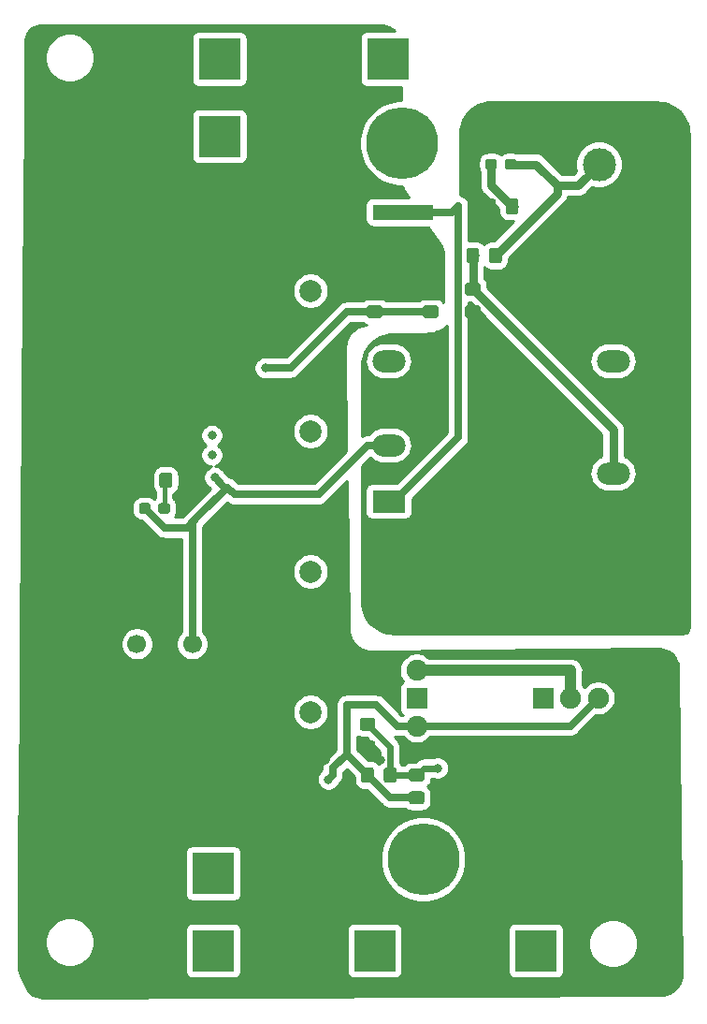
<source format=gbr>
G04 #@! TF.GenerationSoftware,KiCad,Pcbnew,(5.1.0-0)*
G04 #@! TF.CreationDate,2019-04-24T02:20:35-07:00*
G04 #@! TF.ProjectId,power board,706f7765-7220-4626-9f61-72642e6b6963,rev?*
G04 #@! TF.SameCoordinates,Original*
G04 #@! TF.FileFunction,Copper,L1,Top*
G04 #@! TF.FilePolarity,Positive*
%FSLAX46Y46*%
G04 Gerber Fmt 4.6, Leading zero omitted, Abs format (unit mm)*
G04 Created by KiCad (PCBNEW (5.1.0-0)) date 2019-04-24 02:20:35*
%MOMM*%
%LPD*%
G04 APERTURE LIST*
%ADD10R,5.500000X1.430000*%
%ADD11C,2.000000*%
%ADD12C,1.910000*%
%ADD13R,1.910000X1.910000*%
%ADD14C,1.900000*%
%ADD15R,1.900000X1.900000*%
%ADD16C,0.100000*%
%ADD17C,1.150000*%
%ADD18C,6.500000*%
%ADD19C,0.950000*%
%ADD20O,3.000000X2.000000*%
%ADD21R,3.000000X2.000000*%
%ADD22C,3.000000*%
%ADD23C,1.700000*%
%ADD24C,4.000000*%
%ADD25R,3.800000X3.800000*%
%ADD26R,2.000000X2.000000*%
%ADD27C,0.800000*%
%ADD28C,0.700000*%
%ADD29C,0.600000*%
%ADD30C,0.800000*%
%ADD31C,0.400000*%
%ADD32C,1.000000*%
%ADD33C,0.254000*%
G04 APERTURE END LIST*
D10*
X57150000Y-51955000D03*
X57150000Y-55995000D03*
D11*
X33100000Y-69000000D03*
X38100000Y-69000000D03*
D12*
X58420000Y-98425000D03*
X58420000Y-93395800D03*
D13*
X58445400Y-95935800D03*
D14*
X74850000Y-95885000D03*
X72350000Y-95885000D03*
D15*
X69850000Y-95885000D03*
D16*
G36*
X67414505Y-50736204D02*
G01*
X67438773Y-50739804D01*
X67462572Y-50745765D01*
X67485671Y-50754030D01*
X67507850Y-50764520D01*
X67528893Y-50777132D01*
X67548599Y-50791747D01*
X67566777Y-50808223D01*
X67583253Y-50826401D01*
X67597868Y-50846107D01*
X67610480Y-50867150D01*
X67620970Y-50889329D01*
X67629235Y-50912428D01*
X67635196Y-50936227D01*
X67638796Y-50960495D01*
X67640000Y-50984999D01*
X67640000Y-51885001D01*
X67638796Y-51909505D01*
X67635196Y-51933773D01*
X67629235Y-51957572D01*
X67620970Y-51980671D01*
X67610480Y-52002850D01*
X67597868Y-52023893D01*
X67583253Y-52043599D01*
X67566777Y-52061777D01*
X67548599Y-52078253D01*
X67528893Y-52092868D01*
X67507850Y-52105480D01*
X67485671Y-52115970D01*
X67462572Y-52124235D01*
X67438773Y-52130196D01*
X67414505Y-52133796D01*
X67390001Y-52135000D01*
X66739999Y-52135000D01*
X66715495Y-52133796D01*
X66691227Y-52130196D01*
X66667428Y-52124235D01*
X66644329Y-52115970D01*
X66622150Y-52105480D01*
X66601107Y-52092868D01*
X66581401Y-52078253D01*
X66563223Y-52061777D01*
X66546747Y-52043599D01*
X66532132Y-52023893D01*
X66519520Y-52002850D01*
X66509030Y-51980671D01*
X66500765Y-51957572D01*
X66494804Y-51933773D01*
X66491204Y-51909505D01*
X66490000Y-51885001D01*
X66490000Y-50984999D01*
X66491204Y-50960495D01*
X66494804Y-50936227D01*
X66500765Y-50912428D01*
X66509030Y-50889329D01*
X66519520Y-50867150D01*
X66532132Y-50846107D01*
X66546747Y-50826401D01*
X66563223Y-50808223D01*
X66581401Y-50791747D01*
X66601107Y-50777132D01*
X66622150Y-50764520D01*
X66644329Y-50754030D01*
X66667428Y-50745765D01*
X66691227Y-50739804D01*
X66715495Y-50736204D01*
X66739999Y-50735000D01*
X67390001Y-50735000D01*
X67414505Y-50736204D01*
X67414505Y-50736204D01*
G37*
D17*
X67065000Y-51435000D03*
D16*
G36*
X65364505Y-50736204D02*
G01*
X65388773Y-50739804D01*
X65412572Y-50745765D01*
X65435671Y-50754030D01*
X65457850Y-50764520D01*
X65478893Y-50777132D01*
X65498599Y-50791747D01*
X65516777Y-50808223D01*
X65533253Y-50826401D01*
X65547868Y-50846107D01*
X65560480Y-50867150D01*
X65570970Y-50889329D01*
X65579235Y-50912428D01*
X65585196Y-50936227D01*
X65588796Y-50960495D01*
X65590000Y-50984999D01*
X65590000Y-51885001D01*
X65588796Y-51909505D01*
X65585196Y-51933773D01*
X65579235Y-51957572D01*
X65570970Y-51980671D01*
X65560480Y-52002850D01*
X65547868Y-52023893D01*
X65533253Y-52043599D01*
X65516777Y-52061777D01*
X65498599Y-52078253D01*
X65478893Y-52092868D01*
X65457850Y-52105480D01*
X65435671Y-52115970D01*
X65412572Y-52124235D01*
X65388773Y-52130196D01*
X65364505Y-52133796D01*
X65340001Y-52135000D01*
X64689999Y-52135000D01*
X64665495Y-52133796D01*
X64641227Y-52130196D01*
X64617428Y-52124235D01*
X64594329Y-52115970D01*
X64572150Y-52105480D01*
X64551107Y-52092868D01*
X64531401Y-52078253D01*
X64513223Y-52061777D01*
X64496747Y-52043599D01*
X64482132Y-52023893D01*
X64469520Y-52002850D01*
X64459030Y-51980671D01*
X64450765Y-51957572D01*
X64444804Y-51933773D01*
X64441204Y-51909505D01*
X64440000Y-51885001D01*
X64440000Y-50984999D01*
X64441204Y-50960495D01*
X64444804Y-50936227D01*
X64450765Y-50912428D01*
X64459030Y-50889329D01*
X64469520Y-50867150D01*
X64482132Y-50846107D01*
X64496747Y-50826401D01*
X64513223Y-50808223D01*
X64531401Y-50791747D01*
X64551107Y-50777132D01*
X64572150Y-50764520D01*
X64594329Y-50754030D01*
X64617428Y-50745765D01*
X64641227Y-50739804D01*
X64665495Y-50736204D01*
X64689999Y-50735000D01*
X65340001Y-50735000D01*
X65364505Y-50736204D01*
X65364505Y-50736204D01*
G37*
D17*
X65015000Y-51435000D03*
D18*
X50165000Y-45720000D03*
X57115000Y-45720000D03*
D16*
G36*
X65475779Y-47151144D02*
G01*
X65498834Y-47154563D01*
X65521443Y-47160227D01*
X65543387Y-47168079D01*
X65564457Y-47178044D01*
X65584448Y-47190026D01*
X65603168Y-47203910D01*
X65620438Y-47219562D01*
X65636090Y-47236832D01*
X65649974Y-47255552D01*
X65661956Y-47275543D01*
X65671921Y-47296613D01*
X65679773Y-47318557D01*
X65685437Y-47341166D01*
X65688856Y-47364221D01*
X65690000Y-47387500D01*
X65690000Y-47862500D01*
X65688856Y-47885779D01*
X65685437Y-47908834D01*
X65679773Y-47931443D01*
X65671921Y-47953387D01*
X65661956Y-47974457D01*
X65649974Y-47994448D01*
X65636090Y-48013168D01*
X65620438Y-48030438D01*
X65603168Y-48046090D01*
X65584448Y-48059974D01*
X65564457Y-48071956D01*
X65543387Y-48081921D01*
X65521443Y-48089773D01*
X65498834Y-48095437D01*
X65475779Y-48098856D01*
X65452500Y-48100000D01*
X64877500Y-48100000D01*
X64854221Y-48098856D01*
X64831166Y-48095437D01*
X64808557Y-48089773D01*
X64786613Y-48081921D01*
X64765543Y-48071956D01*
X64745552Y-48059974D01*
X64726832Y-48046090D01*
X64709562Y-48030438D01*
X64693910Y-48013168D01*
X64680026Y-47994448D01*
X64668044Y-47974457D01*
X64658079Y-47953387D01*
X64650227Y-47931443D01*
X64644563Y-47908834D01*
X64641144Y-47885779D01*
X64640000Y-47862500D01*
X64640000Y-47387500D01*
X64641144Y-47364221D01*
X64644563Y-47341166D01*
X64650227Y-47318557D01*
X64658079Y-47296613D01*
X64668044Y-47275543D01*
X64680026Y-47255552D01*
X64693910Y-47236832D01*
X64709562Y-47219562D01*
X64726832Y-47203910D01*
X64745552Y-47190026D01*
X64765543Y-47178044D01*
X64786613Y-47168079D01*
X64808557Y-47160227D01*
X64831166Y-47154563D01*
X64854221Y-47151144D01*
X64877500Y-47150000D01*
X65452500Y-47150000D01*
X65475779Y-47151144D01*
X65475779Y-47151144D01*
G37*
D19*
X65165000Y-47625000D03*
D16*
G36*
X67225779Y-47151144D02*
G01*
X67248834Y-47154563D01*
X67271443Y-47160227D01*
X67293387Y-47168079D01*
X67314457Y-47178044D01*
X67334448Y-47190026D01*
X67353168Y-47203910D01*
X67370438Y-47219562D01*
X67386090Y-47236832D01*
X67399974Y-47255552D01*
X67411956Y-47275543D01*
X67421921Y-47296613D01*
X67429773Y-47318557D01*
X67435437Y-47341166D01*
X67438856Y-47364221D01*
X67440000Y-47387500D01*
X67440000Y-47862500D01*
X67438856Y-47885779D01*
X67435437Y-47908834D01*
X67429773Y-47931443D01*
X67421921Y-47953387D01*
X67411956Y-47974457D01*
X67399974Y-47994448D01*
X67386090Y-48013168D01*
X67370438Y-48030438D01*
X67353168Y-48046090D01*
X67334448Y-48059974D01*
X67314457Y-48071956D01*
X67293387Y-48081921D01*
X67271443Y-48089773D01*
X67248834Y-48095437D01*
X67225779Y-48098856D01*
X67202500Y-48100000D01*
X66627500Y-48100000D01*
X66604221Y-48098856D01*
X66581166Y-48095437D01*
X66558557Y-48089773D01*
X66536613Y-48081921D01*
X66515543Y-48071956D01*
X66495552Y-48059974D01*
X66476832Y-48046090D01*
X66459562Y-48030438D01*
X66443910Y-48013168D01*
X66430026Y-47994448D01*
X66418044Y-47974457D01*
X66408079Y-47953387D01*
X66400227Y-47931443D01*
X66394563Y-47908834D01*
X66391144Y-47885779D01*
X66390000Y-47862500D01*
X66390000Y-47387500D01*
X66391144Y-47364221D01*
X66394563Y-47341166D01*
X66400227Y-47318557D01*
X66408079Y-47296613D01*
X66418044Y-47275543D01*
X66430026Y-47255552D01*
X66443910Y-47236832D01*
X66459562Y-47219562D01*
X66476832Y-47203910D01*
X66495552Y-47190026D01*
X66515543Y-47178044D01*
X66536613Y-47168079D01*
X66558557Y-47160227D01*
X66581166Y-47154563D01*
X66604221Y-47151144D01*
X66627500Y-47150000D01*
X67202500Y-47150000D01*
X67225779Y-47151144D01*
X67225779Y-47151144D01*
G37*
D19*
X66915000Y-47625000D03*
D20*
X55880000Y-65405000D03*
X76200000Y-75565000D03*
D21*
X55880000Y-78105000D03*
D20*
X55880000Y-73025000D03*
X76200000Y-85725000D03*
X76200000Y-65405000D03*
D22*
X74930000Y-47625000D03*
X74930000Y-53975000D03*
D16*
G36*
X63974505Y-60386204D02*
G01*
X63998773Y-60389804D01*
X64022572Y-60395765D01*
X64045671Y-60404030D01*
X64067850Y-60414520D01*
X64088893Y-60427132D01*
X64108599Y-60441747D01*
X64126777Y-60458223D01*
X64143253Y-60476401D01*
X64157868Y-60496107D01*
X64170480Y-60517150D01*
X64180970Y-60539329D01*
X64189235Y-60562428D01*
X64195196Y-60586227D01*
X64198796Y-60610495D01*
X64200000Y-60634999D01*
X64200000Y-61285001D01*
X64198796Y-61309505D01*
X64195196Y-61333773D01*
X64189235Y-61357572D01*
X64180970Y-61380671D01*
X64170480Y-61402850D01*
X64157868Y-61423893D01*
X64143253Y-61443599D01*
X64126777Y-61461777D01*
X64108599Y-61478253D01*
X64088893Y-61492868D01*
X64067850Y-61505480D01*
X64045671Y-61515970D01*
X64022572Y-61524235D01*
X63998773Y-61530196D01*
X63974505Y-61533796D01*
X63950001Y-61535000D01*
X63049999Y-61535000D01*
X63025495Y-61533796D01*
X63001227Y-61530196D01*
X62977428Y-61524235D01*
X62954329Y-61515970D01*
X62932150Y-61505480D01*
X62911107Y-61492868D01*
X62891401Y-61478253D01*
X62873223Y-61461777D01*
X62856747Y-61443599D01*
X62842132Y-61423893D01*
X62829520Y-61402850D01*
X62819030Y-61380671D01*
X62810765Y-61357572D01*
X62804804Y-61333773D01*
X62801204Y-61309505D01*
X62800000Y-61285001D01*
X62800000Y-60634999D01*
X62801204Y-60610495D01*
X62804804Y-60586227D01*
X62810765Y-60562428D01*
X62819030Y-60539329D01*
X62829520Y-60517150D01*
X62842132Y-60496107D01*
X62856747Y-60476401D01*
X62873223Y-60458223D01*
X62891401Y-60441747D01*
X62911107Y-60427132D01*
X62932150Y-60414520D01*
X62954329Y-60404030D01*
X62977428Y-60395765D01*
X63001227Y-60389804D01*
X63025495Y-60386204D01*
X63049999Y-60385000D01*
X63950001Y-60385000D01*
X63974505Y-60386204D01*
X63974505Y-60386204D01*
G37*
D17*
X63500000Y-60960000D03*
D16*
G36*
X63974505Y-58336204D02*
G01*
X63998773Y-58339804D01*
X64022572Y-58345765D01*
X64045671Y-58354030D01*
X64067850Y-58364520D01*
X64088893Y-58377132D01*
X64108599Y-58391747D01*
X64126777Y-58408223D01*
X64143253Y-58426401D01*
X64157868Y-58446107D01*
X64170480Y-58467150D01*
X64180970Y-58489329D01*
X64189235Y-58512428D01*
X64195196Y-58536227D01*
X64198796Y-58560495D01*
X64200000Y-58584999D01*
X64200000Y-59235001D01*
X64198796Y-59259505D01*
X64195196Y-59283773D01*
X64189235Y-59307572D01*
X64180970Y-59330671D01*
X64170480Y-59352850D01*
X64157868Y-59373893D01*
X64143253Y-59393599D01*
X64126777Y-59411777D01*
X64108599Y-59428253D01*
X64088893Y-59442868D01*
X64067850Y-59455480D01*
X64045671Y-59465970D01*
X64022572Y-59474235D01*
X63998773Y-59480196D01*
X63974505Y-59483796D01*
X63950001Y-59485000D01*
X63049999Y-59485000D01*
X63025495Y-59483796D01*
X63001227Y-59480196D01*
X62977428Y-59474235D01*
X62954329Y-59465970D01*
X62932150Y-59455480D01*
X62911107Y-59442868D01*
X62891401Y-59428253D01*
X62873223Y-59411777D01*
X62856747Y-59393599D01*
X62842132Y-59373893D01*
X62829520Y-59352850D01*
X62819030Y-59330671D01*
X62810765Y-59307572D01*
X62804804Y-59283773D01*
X62801204Y-59259505D01*
X62800000Y-59235001D01*
X62800000Y-58584999D01*
X62801204Y-58560495D01*
X62804804Y-58536227D01*
X62810765Y-58512428D01*
X62819030Y-58489329D01*
X62829520Y-58467150D01*
X62842132Y-58446107D01*
X62856747Y-58426401D01*
X62873223Y-58408223D01*
X62891401Y-58391747D01*
X62911107Y-58377132D01*
X62932150Y-58364520D01*
X62954329Y-58354030D01*
X62977428Y-58345765D01*
X63001227Y-58339804D01*
X63025495Y-58336204D01*
X63049999Y-58335000D01*
X63950001Y-58335000D01*
X63974505Y-58336204D01*
X63974505Y-58336204D01*
G37*
D17*
X63500000Y-58910000D03*
D16*
G36*
X65899505Y-55181204D02*
G01*
X65923773Y-55184804D01*
X65947572Y-55190765D01*
X65970671Y-55199030D01*
X65992850Y-55209520D01*
X66013893Y-55222132D01*
X66033599Y-55236747D01*
X66051777Y-55253223D01*
X66068253Y-55271401D01*
X66082868Y-55291107D01*
X66095480Y-55312150D01*
X66105970Y-55334329D01*
X66114235Y-55357428D01*
X66120196Y-55381227D01*
X66123796Y-55405495D01*
X66125000Y-55429999D01*
X66125000Y-56330001D01*
X66123796Y-56354505D01*
X66120196Y-56378773D01*
X66114235Y-56402572D01*
X66105970Y-56425671D01*
X66095480Y-56447850D01*
X66082868Y-56468893D01*
X66068253Y-56488599D01*
X66051777Y-56506777D01*
X66033599Y-56523253D01*
X66013893Y-56537868D01*
X65992850Y-56550480D01*
X65970671Y-56560970D01*
X65947572Y-56569235D01*
X65923773Y-56575196D01*
X65899505Y-56578796D01*
X65875001Y-56580000D01*
X65224999Y-56580000D01*
X65200495Y-56578796D01*
X65176227Y-56575196D01*
X65152428Y-56569235D01*
X65129329Y-56560970D01*
X65107150Y-56550480D01*
X65086107Y-56537868D01*
X65066401Y-56523253D01*
X65048223Y-56506777D01*
X65031747Y-56488599D01*
X65017132Y-56468893D01*
X65004520Y-56447850D01*
X64994030Y-56425671D01*
X64985765Y-56402572D01*
X64979804Y-56378773D01*
X64976204Y-56354505D01*
X64975000Y-56330001D01*
X64975000Y-55429999D01*
X64976204Y-55405495D01*
X64979804Y-55381227D01*
X64985765Y-55357428D01*
X64994030Y-55334329D01*
X65004520Y-55312150D01*
X65017132Y-55291107D01*
X65031747Y-55271401D01*
X65048223Y-55253223D01*
X65066401Y-55236747D01*
X65086107Y-55222132D01*
X65107150Y-55209520D01*
X65129329Y-55199030D01*
X65152428Y-55190765D01*
X65176227Y-55184804D01*
X65200495Y-55181204D01*
X65224999Y-55180000D01*
X65875001Y-55180000D01*
X65899505Y-55181204D01*
X65899505Y-55181204D01*
G37*
D17*
X65550000Y-55880000D03*
D16*
G36*
X63849505Y-55181204D02*
G01*
X63873773Y-55184804D01*
X63897572Y-55190765D01*
X63920671Y-55199030D01*
X63942850Y-55209520D01*
X63963893Y-55222132D01*
X63983599Y-55236747D01*
X64001777Y-55253223D01*
X64018253Y-55271401D01*
X64032868Y-55291107D01*
X64045480Y-55312150D01*
X64055970Y-55334329D01*
X64064235Y-55357428D01*
X64070196Y-55381227D01*
X64073796Y-55405495D01*
X64075000Y-55429999D01*
X64075000Y-56330001D01*
X64073796Y-56354505D01*
X64070196Y-56378773D01*
X64064235Y-56402572D01*
X64055970Y-56425671D01*
X64045480Y-56447850D01*
X64032868Y-56468893D01*
X64018253Y-56488599D01*
X64001777Y-56506777D01*
X63983599Y-56523253D01*
X63963893Y-56537868D01*
X63942850Y-56550480D01*
X63920671Y-56560970D01*
X63897572Y-56569235D01*
X63873773Y-56575196D01*
X63849505Y-56578796D01*
X63825001Y-56580000D01*
X63174999Y-56580000D01*
X63150495Y-56578796D01*
X63126227Y-56575196D01*
X63102428Y-56569235D01*
X63079329Y-56560970D01*
X63057150Y-56550480D01*
X63036107Y-56537868D01*
X63016401Y-56523253D01*
X62998223Y-56506777D01*
X62981747Y-56488599D01*
X62967132Y-56468893D01*
X62954520Y-56447850D01*
X62944030Y-56425671D01*
X62935765Y-56402572D01*
X62929804Y-56378773D01*
X62926204Y-56354505D01*
X62925000Y-56330001D01*
X62925000Y-55429999D01*
X62926204Y-55405495D01*
X62929804Y-55381227D01*
X62935765Y-55357428D01*
X62944030Y-55334329D01*
X62954520Y-55312150D01*
X62967132Y-55291107D01*
X62981747Y-55271401D01*
X62998223Y-55253223D01*
X63016401Y-55236747D01*
X63036107Y-55222132D01*
X63057150Y-55209520D01*
X63079329Y-55199030D01*
X63102428Y-55190765D01*
X63126227Y-55184804D01*
X63150495Y-55181204D01*
X63174999Y-55180000D01*
X63825001Y-55180000D01*
X63849505Y-55181204D01*
X63849505Y-55181204D01*
G37*
D17*
X63500000Y-55880000D03*
D16*
G36*
X35870779Y-78266144D02*
G01*
X35893834Y-78269563D01*
X35916443Y-78275227D01*
X35938387Y-78283079D01*
X35959457Y-78293044D01*
X35979448Y-78305026D01*
X35998168Y-78318910D01*
X36015438Y-78334562D01*
X36031090Y-78351832D01*
X36044974Y-78370552D01*
X36056956Y-78390543D01*
X36066921Y-78411613D01*
X36074773Y-78433557D01*
X36080437Y-78456166D01*
X36083856Y-78479221D01*
X36085000Y-78502500D01*
X36085000Y-78977500D01*
X36083856Y-79000779D01*
X36080437Y-79023834D01*
X36074773Y-79046443D01*
X36066921Y-79068387D01*
X36056956Y-79089457D01*
X36044974Y-79109448D01*
X36031090Y-79128168D01*
X36015438Y-79145438D01*
X35998168Y-79161090D01*
X35979448Y-79174974D01*
X35959457Y-79186956D01*
X35938387Y-79196921D01*
X35916443Y-79204773D01*
X35893834Y-79210437D01*
X35870779Y-79213856D01*
X35847500Y-79215000D01*
X35272500Y-79215000D01*
X35249221Y-79213856D01*
X35226166Y-79210437D01*
X35203557Y-79204773D01*
X35181613Y-79196921D01*
X35160543Y-79186956D01*
X35140552Y-79174974D01*
X35121832Y-79161090D01*
X35104562Y-79145438D01*
X35088910Y-79128168D01*
X35075026Y-79109448D01*
X35063044Y-79089457D01*
X35053079Y-79068387D01*
X35045227Y-79046443D01*
X35039563Y-79023834D01*
X35036144Y-79000779D01*
X35035000Y-78977500D01*
X35035000Y-78502500D01*
X35036144Y-78479221D01*
X35039563Y-78456166D01*
X35045227Y-78433557D01*
X35053079Y-78411613D01*
X35063044Y-78390543D01*
X35075026Y-78370552D01*
X35088910Y-78351832D01*
X35104562Y-78334562D01*
X35121832Y-78318910D01*
X35140552Y-78305026D01*
X35160543Y-78293044D01*
X35181613Y-78283079D01*
X35203557Y-78275227D01*
X35226166Y-78269563D01*
X35249221Y-78266144D01*
X35272500Y-78265000D01*
X35847500Y-78265000D01*
X35870779Y-78266144D01*
X35870779Y-78266144D01*
G37*
D19*
X35560000Y-78740000D03*
D16*
G36*
X34120779Y-78266144D02*
G01*
X34143834Y-78269563D01*
X34166443Y-78275227D01*
X34188387Y-78283079D01*
X34209457Y-78293044D01*
X34229448Y-78305026D01*
X34248168Y-78318910D01*
X34265438Y-78334562D01*
X34281090Y-78351832D01*
X34294974Y-78370552D01*
X34306956Y-78390543D01*
X34316921Y-78411613D01*
X34324773Y-78433557D01*
X34330437Y-78456166D01*
X34333856Y-78479221D01*
X34335000Y-78502500D01*
X34335000Y-78977500D01*
X34333856Y-79000779D01*
X34330437Y-79023834D01*
X34324773Y-79046443D01*
X34316921Y-79068387D01*
X34306956Y-79089457D01*
X34294974Y-79109448D01*
X34281090Y-79128168D01*
X34265438Y-79145438D01*
X34248168Y-79161090D01*
X34229448Y-79174974D01*
X34209457Y-79186956D01*
X34188387Y-79196921D01*
X34166443Y-79204773D01*
X34143834Y-79210437D01*
X34120779Y-79213856D01*
X34097500Y-79215000D01*
X33522500Y-79215000D01*
X33499221Y-79213856D01*
X33476166Y-79210437D01*
X33453557Y-79204773D01*
X33431613Y-79196921D01*
X33410543Y-79186956D01*
X33390552Y-79174974D01*
X33371832Y-79161090D01*
X33354562Y-79145438D01*
X33338910Y-79128168D01*
X33325026Y-79109448D01*
X33313044Y-79089457D01*
X33303079Y-79068387D01*
X33295227Y-79046443D01*
X33289563Y-79023834D01*
X33286144Y-79000779D01*
X33285000Y-78977500D01*
X33285000Y-78502500D01*
X33286144Y-78479221D01*
X33289563Y-78456166D01*
X33295227Y-78433557D01*
X33303079Y-78411613D01*
X33313044Y-78390543D01*
X33325026Y-78370552D01*
X33338910Y-78351832D01*
X33354562Y-78334562D01*
X33371832Y-78318910D01*
X33390552Y-78305026D01*
X33410543Y-78293044D01*
X33431613Y-78283079D01*
X33453557Y-78275227D01*
X33476166Y-78269563D01*
X33499221Y-78266144D01*
X33522500Y-78265000D01*
X34097500Y-78265000D01*
X34120779Y-78266144D01*
X34120779Y-78266144D01*
G37*
D19*
X33810000Y-78740000D03*
D16*
G36*
X36054505Y-75501204D02*
G01*
X36078773Y-75504804D01*
X36102572Y-75510765D01*
X36125671Y-75519030D01*
X36147850Y-75529520D01*
X36168893Y-75542132D01*
X36188599Y-75556747D01*
X36206777Y-75573223D01*
X36223253Y-75591401D01*
X36237868Y-75611107D01*
X36250480Y-75632150D01*
X36260970Y-75654329D01*
X36269235Y-75677428D01*
X36275196Y-75701227D01*
X36278796Y-75725495D01*
X36280000Y-75749999D01*
X36280000Y-76650001D01*
X36278796Y-76674505D01*
X36275196Y-76698773D01*
X36269235Y-76722572D01*
X36260970Y-76745671D01*
X36250480Y-76767850D01*
X36237868Y-76788893D01*
X36223253Y-76808599D01*
X36206777Y-76826777D01*
X36188599Y-76843253D01*
X36168893Y-76857868D01*
X36147850Y-76870480D01*
X36125671Y-76880970D01*
X36102572Y-76889235D01*
X36078773Y-76895196D01*
X36054505Y-76898796D01*
X36030001Y-76900000D01*
X35379999Y-76900000D01*
X35355495Y-76898796D01*
X35331227Y-76895196D01*
X35307428Y-76889235D01*
X35284329Y-76880970D01*
X35262150Y-76870480D01*
X35241107Y-76857868D01*
X35221401Y-76843253D01*
X35203223Y-76826777D01*
X35186747Y-76808599D01*
X35172132Y-76788893D01*
X35159520Y-76767850D01*
X35149030Y-76745671D01*
X35140765Y-76722572D01*
X35134804Y-76698773D01*
X35131204Y-76674505D01*
X35130000Y-76650001D01*
X35130000Y-75749999D01*
X35131204Y-75725495D01*
X35134804Y-75701227D01*
X35140765Y-75677428D01*
X35149030Y-75654329D01*
X35159520Y-75632150D01*
X35172132Y-75611107D01*
X35186747Y-75591401D01*
X35203223Y-75573223D01*
X35221401Y-75556747D01*
X35241107Y-75542132D01*
X35262150Y-75529520D01*
X35284329Y-75519030D01*
X35307428Y-75510765D01*
X35331227Y-75504804D01*
X35355495Y-75501204D01*
X35379999Y-75500000D01*
X36030001Y-75500000D01*
X36054505Y-75501204D01*
X36054505Y-75501204D01*
G37*
D17*
X35705000Y-76200000D03*
D16*
G36*
X34004505Y-75501204D02*
G01*
X34028773Y-75504804D01*
X34052572Y-75510765D01*
X34075671Y-75519030D01*
X34097850Y-75529520D01*
X34118893Y-75542132D01*
X34138599Y-75556747D01*
X34156777Y-75573223D01*
X34173253Y-75591401D01*
X34187868Y-75611107D01*
X34200480Y-75632150D01*
X34210970Y-75654329D01*
X34219235Y-75677428D01*
X34225196Y-75701227D01*
X34228796Y-75725495D01*
X34230000Y-75749999D01*
X34230000Y-76650001D01*
X34228796Y-76674505D01*
X34225196Y-76698773D01*
X34219235Y-76722572D01*
X34210970Y-76745671D01*
X34200480Y-76767850D01*
X34187868Y-76788893D01*
X34173253Y-76808599D01*
X34156777Y-76826777D01*
X34138599Y-76843253D01*
X34118893Y-76857868D01*
X34097850Y-76870480D01*
X34075671Y-76880970D01*
X34052572Y-76889235D01*
X34028773Y-76895196D01*
X34004505Y-76898796D01*
X33980001Y-76900000D01*
X33329999Y-76900000D01*
X33305495Y-76898796D01*
X33281227Y-76895196D01*
X33257428Y-76889235D01*
X33234329Y-76880970D01*
X33212150Y-76870480D01*
X33191107Y-76857868D01*
X33171401Y-76843253D01*
X33153223Y-76826777D01*
X33136747Y-76808599D01*
X33122132Y-76788893D01*
X33109520Y-76767850D01*
X33099030Y-76745671D01*
X33090765Y-76722572D01*
X33084804Y-76698773D01*
X33081204Y-76674505D01*
X33080000Y-76650001D01*
X33080000Y-75749999D01*
X33081204Y-75725495D01*
X33084804Y-75701227D01*
X33090765Y-75677428D01*
X33099030Y-75654329D01*
X33109520Y-75632150D01*
X33122132Y-75611107D01*
X33136747Y-75591401D01*
X33153223Y-75573223D01*
X33171401Y-75556747D01*
X33191107Y-75542132D01*
X33212150Y-75529520D01*
X33234329Y-75519030D01*
X33257428Y-75510765D01*
X33281227Y-75504804D01*
X33305495Y-75501204D01*
X33329999Y-75500000D01*
X33980001Y-75500000D01*
X34004505Y-75501204D01*
X34004505Y-75501204D01*
G37*
D17*
X33655000Y-76200000D03*
D23*
X33100000Y-91000000D03*
X38100000Y-91000000D03*
D16*
G36*
X60164505Y-58336204D02*
G01*
X60188773Y-58339804D01*
X60212572Y-58345765D01*
X60235671Y-58354030D01*
X60257850Y-58364520D01*
X60278893Y-58377132D01*
X60298599Y-58391747D01*
X60316777Y-58408223D01*
X60333253Y-58426401D01*
X60347868Y-58446107D01*
X60360480Y-58467150D01*
X60370970Y-58489329D01*
X60379235Y-58512428D01*
X60385196Y-58536227D01*
X60388796Y-58560495D01*
X60390000Y-58584999D01*
X60390000Y-59235001D01*
X60388796Y-59259505D01*
X60385196Y-59283773D01*
X60379235Y-59307572D01*
X60370970Y-59330671D01*
X60360480Y-59352850D01*
X60347868Y-59373893D01*
X60333253Y-59393599D01*
X60316777Y-59411777D01*
X60298599Y-59428253D01*
X60278893Y-59442868D01*
X60257850Y-59455480D01*
X60235671Y-59465970D01*
X60212572Y-59474235D01*
X60188773Y-59480196D01*
X60164505Y-59483796D01*
X60140001Y-59485000D01*
X59239999Y-59485000D01*
X59215495Y-59483796D01*
X59191227Y-59480196D01*
X59167428Y-59474235D01*
X59144329Y-59465970D01*
X59122150Y-59455480D01*
X59101107Y-59442868D01*
X59081401Y-59428253D01*
X59063223Y-59411777D01*
X59046747Y-59393599D01*
X59032132Y-59373893D01*
X59019520Y-59352850D01*
X59009030Y-59330671D01*
X59000765Y-59307572D01*
X58994804Y-59283773D01*
X58991204Y-59259505D01*
X58990000Y-59235001D01*
X58990000Y-58584999D01*
X58991204Y-58560495D01*
X58994804Y-58536227D01*
X59000765Y-58512428D01*
X59009030Y-58489329D01*
X59019520Y-58467150D01*
X59032132Y-58446107D01*
X59046747Y-58426401D01*
X59063223Y-58408223D01*
X59081401Y-58391747D01*
X59101107Y-58377132D01*
X59122150Y-58364520D01*
X59144329Y-58354030D01*
X59167428Y-58345765D01*
X59191227Y-58339804D01*
X59215495Y-58336204D01*
X59239999Y-58335000D01*
X60140001Y-58335000D01*
X60164505Y-58336204D01*
X60164505Y-58336204D01*
G37*
D17*
X59690000Y-58910000D03*
D16*
G36*
X60164505Y-60386204D02*
G01*
X60188773Y-60389804D01*
X60212572Y-60395765D01*
X60235671Y-60404030D01*
X60257850Y-60414520D01*
X60278893Y-60427132D01*
X60298599Y-60441747D01*
X60316777Y-60458223D01*
X60333253Y-60476401D01*
X60347868Y-60496107D01*
X60360480Y-60517150D01*
X60370970Y-60539329D01*
X60379235Y-60562428D01*
X60385196Y-60586227D01*
X60388796Y-60610495D01*
X60390000Y-60634999D01*
X60390000Y-61285001D01*
X60388796Y-61309505D01*
X60385196Y-61333773D01*
X60379235Y-61357572D01*
X60370970Y-61380671D01*
X60360480Y-61402850D01*
X60347868Y-61423893D01*
X60333253Y-61443599D01*
X60316777Y-61461777D01*
X60298599Y-61478253D01*
X60278893Y-61492868D01*
X60257850Y-61505480D01*
X60235671Y-61515970D01*
X60212572Y-61524235D01*
X60188773Y-61530196D01*
X60164505Y-61533796D01*
X60140001Y-61535000D01*
X59239999Y-61535000D01*
X59215495Y-61533796D01*
X59191227Y-61530196D01*
X59167428Y-61524235D01*
X59144329Y-61515970D01*
X59122150Y-61505480D01*
X59101107Y-61492868D01*
X59081401Y-61478253D01*
X59063223Y-61461777D01*
X59046747Y-61443599D01*
X59032132Y-61423893D01*
X59019520Y-61402850D01*
X59009030Y-61380671D01*
X59000765Y-61357572D01*
X58994804Y-61333773D01*
X58991204Y-61309505D01*
X58990000Y-61285001D01*
X58990000Y-60634999D01*
X58991204Y-60610495D01*
X58994804Y-60586227D01*
X59000765Y-60562428D01*
X59009030Y-60539329D01*
X59019520Y-60517150D01*
X59032132Y-60496107D01*
X59046747Y-60476401D01*
X59063223Y-60458223D01*
X59081401Y-60441747D01*
X59101107Y-60427132D01*
X59122150Y-60414520D01*
X59144329Y-60404030D01*
X59167428Y-60395765D01*
X59191227Y-60389804D01*
X59215495Y-60386204D01*
X59239999Y-60385000D01*
X60140001Y-60385000D01*
X60164505Y-60386204D01*
X60164505Y-60386204D01*
G37*
D17*
X59690000Y-60960000D03*
D16*
G36*
X58894505Y-104346204D02*
G01*
X58918773Y-104349804D01*
X58942572Y-104355765D01*
X58965671Y-104364030D01*
X58987850Y-104374520D01*
X59008893Y-104387132D01*
X59028599Y-104401747D01*
X59046777Y-104418223D01*
X59063253Y-104436401D01*
X59077868Y-104456107D01*
X59090480Y-104477150D01*
X59100970Y-104499329D01*
X59109235Y-104522428D01*
X59115196Y-104546227D01*
X59118796Y-104570495D01*
X59120000Y-104594999D01*
X59120000Y-105245001D01*
X59118796Y-105269505D01*
X59115196Y-105293773D01*
X59109235Y-105317572D01*
X59100970Y-105340671D01*
X59090480Y-105362850D01*
X59077868Y-105383893D01*
X59063253Y-105403599D01*
X59046777Y-105421777D01*
X59028599Y-105438253D01*
X59008893Y-105452868D01*
X58987850Y-105465480D01*
X58965671Y-105475970D01*
X58942572Y-105484235D01*
X58918773Y-105490196D01*
X58894505Y-105493796D01*
X58870001Y-105495000D01*
X57969999Y-105495000D01*
X57945495Y-105493796D01*
X57921227Y-105490196D01*
X57897428Y-105484235D01*
X57874329Y-105475970D01*
X57852150Y-105465480D01*
X57831107Y-105452868D01*
X57811401Y-105438253D01*
X57793223Y-105421777D01*
X57776747Y-105403599D01*
X57762132Y-105383893D01*
X57749520Y-105362850D01*
X57739030Y-105340671D01*
X57730765Y-105317572D01*
X57724804Y-105293773D01*
X57721204Y-105269505D01*
X57720000Y-105245001D01*
X57720000Y-104594999D01*
X57721204Y-104570495D01*
X57724804Y-104546227D01*
X57730765Y-104522428D01*
X57739030Y-104499329D01*
X57749520Y-104477150D01*
X57762132Y-104456107D01*
X57776747Y-104436401D01*
X57793223Y-104418223D01*
X57811401Y-104401747D01*
X57831107Y-104387132D01*
X57852150Y-104374520D01*
X57874329Y-104364030D01*
X57897428Y-104355765D01*
X57921227Y-104349804D01*
X57945495Y-104346204D01*
X57969999Y-104345000D01*
X58870001Y-104345000D01*
X58894505Y-104346204D01*
X58894505Y-104346204D01*
G37*
D17*
X58420000Y-104920000D03*
D16*
G36*
X58894505Y-102296204D02*
G01*
X58918773Y-102299804D01*
X58942572Y-102305765D01*
X58965671Y-102314030D01*
X58987850Y-102324520D01*
X59008893Y-102337132D01*
X59028599Y-102351747D01*
X59046777Y-102368223D01*
X59063253Y-102386401D01*
X59077868Y-102406107D01*
X59090480Y-102427150D01*
X59100970Y-102449329D01*
X59109235Y-102472428D01*
X59115196Y-102496227D01*
X59118796Y-102520495D01*
X59120000Y-102544999D01*
X59120000Y-103195001D01*
X59118796Y-103219505D01*
X59115196Y-103243773D01*
X59109235Y-103267572D01*
X59100970Y-103290671D01*
X59090480Y-103312850D01*
X59077868Y-103333893D01*
X59063253Y-103353599D01*
X59046777Y-103371777D01*
X59028599Y-103388253D01*
X59008893Y-103402868D01*
X58987850Y-103415480D01*
X58965671Y-103425970D01*
X58942572Y-103434235D01*
X58918773Y-103440196D01*
X58894505Y-103443796D01*
X58870001Y-103445000D01*
X57969999Y-103445000D01*
X57945495Y-103443796D01*
X57921227Y-103440196D01*
X57897428Y-103434235D01*
X57874329Y-103425970D01*
X57852150Y-103415480D01*
X57831107Y-103402868D01*
X57811401Y-103388253D01*
X57793223Y-103371777D01*
X57776747Y-103353599D01*
X57762132Y-103333893D01*
X57749520Y-103312850D01*
X57739030Y-103290671D01*
X57730765Y-103267572D01*
X57724804Y-103243773D01*
X57721204Y-103219505D01*
X57720000Y-103195001D01*
X57720000Y-102544999D01*
X57721204Y-102520495D01*
X57724804Y-102496227D01*
X57730765Y-102472428D01*
X57739030Y-102449329D01*
X57749520Y-102427150D01*
X57762132Y-102406107D01*
X57776747Y-102386401D01*
X57793223Y-102368223D01*
X57811401Y-102351747D01*
X57831107Y-102337132D01*
X57852150Y-102324520D01*
X57874329Y-102314030D01*
X57897428Y-102305765D01*
X57921227Y-102299804D01*
X57945495Y-102296204D01*
X57969999Y-102295000D01*
X58870001Y-102295000D01*
X58894505Y-102296204D01*
X58894505Y-102296204D01*
G37*
D17*
X58420000Y-102870000D03*
D16*
G36*
X54449505Y-97706204D02*
G01*
X54473773Y-97709804D01*
X54497572Y-97715765D01*
X54520671Y-97724030D01*
X54542850Y-97734520D01*
X54563893Y-97747132D01*
X54583599Y-97761747D01*
X54601777Y-97778223D01*
X54618253Y-97796401D01*
X54632868Y-97816107D01*
X54645480Y-97837150D01*
X54655970Y-97859329D01*
X54664235Y-97882428D01*
X54670196Y-97906227D01*
X54673796Y-97930495D01*
X54675000Y-97954999D01*
X54675000Y-98605001D01*
X54673796Y-98629505D01*
X54670196Y-98653773D01*
X54664235Y-98677572D01*
X54655970Y-98700671D01*
X54645480Y-98722850D01*
X54632868Y-98743893D01*
X54618253Y-98763599D01*
X54601777Y-98781777D01*
X54583599Y-98798253D01*
X54563893Y-98812868D01*
X54542850Y-98825480D01*
X54520671Y-98835970D01*
X54497572Y-98844235D01*
X54473773Y-98850196D01*
X54449505Y-98853796D01*
X54425001Y-98855000D01*
X53524999Y-98855000D01*
X53500495Y-98853796D01*
X53476227Y-98850196D01*
X53452428Y-98844235D01*
X53429329Y-98835970D01*
X53407150Y-98825480D01*
X53386107Y-98812868D01*
X53366401Y-98798253D01*
X53348223Y-98781777D01*
X53331747Y-98763599D01*
X53317132Y-98743893D01*
X53304520Y-98722850D01*
X53294030Y-98700671D01*
X53285765Y-98677572D01*
X53279804Y-98653773D01*
X53276204Y-98629505D01*
X53275000Y-98605001D01*
X53275000Y-97954999D01*
X53276204Y-97930495D01*
X53279804Y-97906227D01*
X53285765Y-97882428D01*
X53294030Y-97859329D01*
X53304520Y-97837150D01*
X53317132Y-97816107D01*
X53331747Y-97796401D01*
X53348223Y-97778223D01*
X53366401Y-97761747D01*
X53386107Y-97747132D01*
X53407150Y-97734520D01*
X53429329Y-97724030D01*
X53452428Y-97715765D01*
X53476227Y-97709804D01*
X53500495Y-97706204D01*
X53524999Y-97705000D01*
X54425001Y-97705000D01*
X54449505Y-97706204D01*
X54449505Y-97706204D01*
G37*
D17*
X53975000Y-98280000D03*
D16*
G36*
X54449505Y-99756204D02*
G01*
X54473773Y-99759804D01*
X54497572Y-99765765D01*
X54520671Y-99774030D01*
X54542850Y-99784520D01*
X54563893Y-99797132D01*
X54583599Y-99811747D01*
X54601777Y-99828223D01*
X54618253Y-99846401D01*
X54632868Y-99866107D01*
X54645480Y-99887150D01*
X54655970Y-99909329D01*
X54664235Y-99932428D01*
X54670196Y-99956227D01*
X54673796Y-99980495D01*
X54675000Y-100004999D01*
X54675000Y-100655001D01*
X54673796Y-100679505D01*
X54670196Y-100703773D01*
X54664235Y-100727572D01*
X54655970Y-100750671D01*
X54645480Y-100772850D01*
X54632868Y-100793893D01*
X54618253Y-100813599D01*
X54601777Y-100831777D01*
X54583599Y-100848253D01*
X54563893Y-100862868D01*
X54542850Y-100875480D01*
X54520671Y-100885970D01*
X54497572Y-100894235D01*
X54473773Y-100900196D01*
X54449505Y-100903796D01*
X54425001Y-100905000D01*
X53524999Y-100905000D01*
X53500495Y-100903796D01*
X53476227Y-100900196D01*
X53452428Y-100894235D01*
X53429329Y-100885970D01*
X53407150Y-100875480D01*
X53386107Y-100862868D01*
X53366401Y-100848253D01*
X53348223Y-100831777D01*
X53331747Y-100813599D01*
X53317132Y-100793893D01*
X53304520Y-100772850D01*
X53294030Y-100750671D01*
X53285765Y-100727572D01*
X53279804Y-100703773D01*
X53276204Y-100679505D01*
X53275000Y-100655001D01*
X53275000Y-100004999D01*
X53276204Y-99980495D01*
X53279804Y-99956227D01*
X53285765Y-99932428D01*
X53294030Y-99909329D01*
X53304520Y-99887150D01*
X53317132Y-99866107D01*
X53331747Y-99846401D01*
X53348223Y-99828223D01*
X53366401Y-99811747D01*
X53386107Y-99797132D01*
X53407150Y-99784520D01*
X53429329Y-99774030D01*
X53452428Y-99765765D01*
X53476227Y-99759804D01*
X53500495Y-99756204D01*
X53524999Y-99755000D01*
X54425001Y-99755000D01*
X54449505Y-99756204D01*
X54449505Y-99756204D01*
G37*
D17*
X53975000Y-100330000D03*
D18*
X52070000Y-110490000D03*
X59020000Y-110490000D03*
D24*
X35560000Y-45085000D03*
D25*
X40560000Y-45085000D03*
D24*
X35005000Y-111760000D03*
D25*
X40005000Y-111760000D03*
D24*
X49610000Y-118745000D03*
D25*
X54610000Y-118745000D03*
D24*
X35560000Y-38100000D03*
D25*
X40560000Y-38100000D03*
D24*
X64215000Y-118745000D03*
D25*
X69215000Y-118745000D03*
D24*
X35005000Y-118745000D03*
D25*
X40005000Y-118745000D03*
D24*
X50800000Y-38100000D03*
D25*
X55800000Y-38100000D03*
D11*
X48815000Y-59055000D03*
D26*
X43815000Y-59055000D03*
D11*
X48815000Y-84455000D03*
D26*
X43815000Y-84455000D03*
D11*
X48815000Y-71755000D03*
D26*
X43815000Y-71755000D03*
D11*
X48815000Y-97155000D03*
D26*
X43815000Y-97155000D03*
D16*
G36*
X55084505Y-58336204D02*
G01*
X55108773Y-58339804D01*
X55132572Y-58345765D01*
X55155671Y-58354030D01*
X55177850Y-58364520D01*
X55198893Y-58377132D01*
X55218599Y-58391747D01*
X55236777Y-58408223D01*
X55253253Y-58426401D01*
X55267868Y-58446107D01*
X55280480Y-58467150D01*
X55290970Y-58489329D01*
X55299235Y-58512428D01*
X55305196Y-58536227D01*
X55308796Y-58560495D01*
X55310000Y-58584999D01*
X55310000Y-59235001D01*
X55308796Y-59259505D01*
X55305196Y-59283773D01*
X55299235Y-59307572D01*
X55290970Y-59330671D01*
X55280480Y-59352850D01*
X55267868Y-59373893D01*
X55253253Y-59393599D01*
X55236777Y-59411777D01*
X55218599Y-59428253D01*
X55198893Y-59442868D01*
X55177850Y-59455480D01*
X55155671Y-59465970D01*
X55132572Y-59474235D01*
X55108773Y-59480196D01*
X55084505Y-59483796D01*
X55060001Y-59485000D01*
X54159999Y-59485000D01*
X54135495Y-59483796D01*
X54111227Y-59480196D01*
X54087428Y-59474235D01*
X54064329Y-59465970D01*
X54042150Y-59455480D01*
X54021107Y-59442868D01*
X54001401Y-59428253D01*
X53983223Y-59411777D01*
X53966747Y-59393599D01*
X53952132Y-59373893D01*
X53939520Y-59352850D01*
X53929030Y-59330671D01*
X53920765Y-59307572D01*
X53914804Y-59283773D01*
X53911204Y-59259505D01*
X53910000Y-59235001D01*
X53910000Y-58584999D01*
X53911204Y-58560495D01*
X53914804Y-58536227D01*
X53920765Y-58512428D01*
X53929030Y-58489329D01*
X53939520Y-58467150D01*
X53952132Y-58446107D01*
X53966747Y-58426401D01*
X53983223Y-58408223D01*
X54001401Y-58391747D01*
X54021107Y-58377132D01*
X54042150Y-58364520D01*
X54064329Y-58354030D01*
X54087428Y-58345765D01*
X54111227Y-58339804D01*
X54135495Y-58336204D01*
X54159999Y-58335000D01*
X55060001Y-58335000D01*
X55084505Y-58336204D01*
X55084505Y-58336204D01*
G37*
D17*
X54610000Y-58910000D03*
D16*
G36*
X55084505Y-60386204D02*
G01*
X55108773Y-60389804D01*
X55132572Y-60395765D01*
X55155671Y-60404030D01*
X55177850Y-60414520D01*
X55198893Y-60427132D01*
X55218599Y-60441747D01*
X55236777Y-60458223D01*
X55253253Y-60476401D01*
X55267868Y-60496107D01*
X55280480Y-60517150D01*
X55290970Y-60539329D01*
X55299235Y-60562428D01*
X55305196Y-60586227D01*
X55308796Y-60610495D01*
X55310000Y-60634999D01*
X55310000Y-61285001D01*
X55308796Y-61309505D01*
X55305196Y-61333773D01*
X55299235Y-61357572D01*
X55290970Y-61380671D01*
X55280480Y-61402850D01*
X55267868Y-61423893D01*
X55253253Y-61443599D01*
X55236777Y-61461777D01*
X55218599Y-61478253D01*
X55198893Y-61492868D01*
X55177850Y-61505480D01*
X55155671Y-61515970D01*
X55132572Y-61524235D01*
X55108773Y-61530196D01*
X55084505Y-61533796D01*
X55060001Y-61535000D01*
X54159999Y-61535000D01*
X54135495Y-61533796D01*
X54111227Y-61530196D01*
X54087428Y-61524235D01*
X54064329Y-61515970D01*
X54042150Y-61505480D01*
X54021107Y-61492868D01*
X54001401Y-61478253D01*
X53983223Y-61461777D01*
X53966747Y-61443599D01*
X53952132Y-61423893D01*
X53939520Y-61402850D01*
X53929030Y-61380671D01*
X53920765Y-61357572D01*
X53914804Y-61333773D01*
X53911204Y-61309505D01*
X53910000Y-61285001D01*
X53910000Y-60634999D01*
X53911204Y-60610495D01*
X53914804Y-60586227D01*
X53920765Y-60562428D01*
X53929030Y-60539329D01*
X53939520Y-60517150D01*
X53952132Y-60496107D01*
X53966747Y-60476401D01*
X53983223Y-60458223D01*
X54001401Y-60441747D01*
X54021107Y-60427132D01*
X54042150Y-60414520D01*
X54064329Y-60404030D01*
X54087428Y-60395765D01*
X54111227Y-60389804D01*
X54135495Y-60386204D01*
X54159999Y-60385000D01*
X55060001Y-60385000D01*
X55084505Y-60386204D01*
X55084505Y-60386204D01*
G37*
D17*
X54610000Y-60960000D03*
D16*
G36*
X54324505Y-102171204D02*
G01*
X54348773Y-102174804D01*
X54372572Y-102180765D01*
X54395671Y-102189030D01*
X54417850Y-102199520D01*
X54438893Y-102212132D01*
X54458599Y-102226747D01*
X54476777Y-102243223D01*
X54493253Y-102261401D01*
X54507868Y-102281107D01*
X54520480Y-102302150D01*
X54530970Y-102324329D01*
X54539235Y-102347428D01*
X54545196Y-102371227D01*
X54548796Y-102395495D01*
X54550000Y-102419999D01*
X54550000Y-103320001D01*
X54548796Y-103344505D01*
X54545196Y-103368773D01*
X54539235Y-103392572D01*
X54530970Y-103415671D01*
X54520480Y-103437850D01*
X54507868Y-103458893D01*
X54493253Y-103478599D01*
X54476777Y-103496777D01*
X54458599Y-103513253D01*
X54438893Y-103527868D01*
X54417850Y-103540480D01*
X54395671Y-103550970D01*
X54372572Y-103559235D01*
X54348773Y-103565196D01*
X54324505Y-103568796D01*
X54300001Y-103570000D01*
X53649999Y-103570000D01*
X53625495Y-103568796D01*
X53601227Y-103565196D01*
X53577428Y-103559235D01*
X53554329Y-103550970D01*
X53532150Y-103540480D01*
X53511107Y-103527868D01*
X53491401Y-103513253D01*
X53473223Y-103496777D01*
X53456747Y-103478599D01*
X53442132Y-103458893D01*
X53429520Y-103437850D01*
X53419030Y-103415671D01*
X53410765Y-103392572D01*
X53404804Y-103368773D01*
X53401204Y-103344505D01*
X53400000Y-103320001D01*
X53400000Y-102419999D01*
X53401204Y-102395495D01*
X53404804Y-102371227D01*
X53410765Y-102347428D01*
X53419030Y-102324329D01*
X53429520Y-102302150D01*
X53442132Y-102281107D01*
X53456747Y-102261401D01*
X53473223Y-102243223D01*
X53491401Y-102226747D01*
X53511107Y-102212132D01*
X53532150Y-102199520D01*
X53554329Y-102189030D01*
X53577428Y-102180765D01*
X53601227Y-102174804D01*
X53625495Y-102171204D01*
X53649999Y-102170000D01*
X54300001Y-102170000D01*
X54324505Y-102171204D01*
X54324505Y-102171204D01*
G37*
D17*
X53975000Y-102870000D03*
D16*
G36*
X56374505Y-102171204D02*
G01*
X56398773Y-102174804D01*
X56422572Y-102180765D01*
X56445671Y-102189030D01*
X56467850Y-102199520D01*
X56488893Y-102212132D01*
X56508599Y-102226747D01*
X56526777Y-102243223D01*
X56543253Y-102261401D01*
X56557868Y-102281107D01*
X56570480Y-102302150D01*
X56580970Y-102324329D01*
X56589235Y-102347428D01*
X56595196Y-102371227D01*
X56598796Y-102395495D01*
X56600000Y-102419999D01*
X56600000Y-103320001D01*
X56598796Y-103344505D01*
X56595196Y-103368773D01*
X56589235Y-103392572D01*
X56580970Y-103415671D01*
X56570480Y-103437850D01*
X56557868Y-103458893D01*
X56543253Y-103478599D01*
X56526777Y-103496777D01*
X56508599Y-103513253D01*
X56488893Y-103527868D01*
X56467850Y-103540480D01*
X56445671Y-103550970D01*
X56422572Y-103559235D01*
X56398773Y-103565196D01*
X56374505Y-103568796D01*
X56350001Y-103570000D01*
X55699999Y-103570000D01*
X55675495Y-103568796D01*
X55651227Y-103565196D01*
X55627428Y-103559235D01*
X55604329Y-103550970D01*
X55582150Y-103540480D01*
X55561107Y-103527868D01*
X55541401Y-103513253D01*
X55523223Y-103496777D01*
X55506747Y-103478599D01*
X55492132Y-103458893D01*
X55479520Y-103437850D01*
X55469030Y-103415671D01*
X55460765Y-103392572D01*
X55454804Y-103368773D01*
X55451204Y-103344505D01*
X55450000Y-103320001D01*
X55450000Y-102419999D01*
X55451204Y-102395495D01*
X55454804Y-102371227D01*
X55460765Y-102347428D01*
X55469030Y-102324329D01*
X55479520Y-102302150D01*
X55492132Y-102281107D01*
X55506747Y-102261401D01*
X55523223Y-102243223D01*
X55541401Y-102226747D01*
X55561107Y-102212132D01*
X55582150Y-102199520D01*
X55604329Y-102189030D01*
X55627428Y-102180765D01*
X55651227Y-102174804D01*
X55675495Y-102171204D01*
X55699999Y-102170000D01*
X56350001Y-102170000D01*
X56374505Y-102171204D01*
X56374505Y-102171204D01*
G37*
D17*
X56025000Y-102870000D03*
D27*
X44704000Y-66040000D03*
X40132000Y-75946000D03*
X39878000Y-73914000D03*
X39878000Y-72136000D03*
X50419000Y-103251000D03*
X60325000Y-102235000D03*
X55118000Y-101473000D03*
X39751000Y-97536000D03*
X40513000Y-98298000D03*
X50165000Y-101473000D03*
D28*
X59690000Y-60960000D02*
X54610000Y-60960000D01*
X54610000Y-60960000D02*
X52070000Y-60960000D01*
X41275000Y-76835000D02*
X38494990Y-79615010D01*
X52070000Y-60960000D02*
X46990000Y-66040000D01*
X53980000Y-73025000D02*
X49530000Y-77475000D01*
X55880000Y-73025000D02*
X53980000Y-73025000D01*
X41915000Y-77475000D02*
X41275000Y-76835000D01*
X49530000Y-77475000D02*
X41915000Y-77475000D01*
X38100000Y-80010000D02*
X38100000Y-91000000D01*
X38494990Y-79615010D02*
X38100000Y-80010000D01*
X72310000Y-98425000D02*
X58420000Y-98425000D01*
X74850000Y-95885000D02*
X72310000Y-98425000D01*
X34309072Y-79239072D02*
X33810000Y-78740000D01*
X35588000Y-80518000D02*
X34309072Y-79239072D01*
X37592000Y-80518000D02*
X35588000Y-80518000D01*
X38494990Y-79615010D02*
X37592000Y-80518000D01*
X46990000Y-66040000D02*
X44704000Y-66040000D01*
X41021000Y-76835000D02*
X41275000Y-76835000D01*
X40132000Y-75946000D02*
X41021000Y-76835000D01*
X52070000Y-96520000D02*
X52070000Y-100965000D01*
X54737000Y-96520000D02*
X52070000Y-96520000D01*
X56642000Y-98425000D02*
X54737000Y-96520000D01*
X58420000Y-98425000D02*
X56642000Y-98425000D01*
X53975000Y-102870000D02*
X56025000Y-104920000D01*
X56025000Y-104920000D02*
X58420000Y-104920000D01*
X52070000Y-100965000D02*
X53975000Y-102870000D01*
X50419000Y-103251000D02*
X50818999Y-102851001D01*
X50818999Y-102851001D02*
X50818999Y-102216001D01*
X50818999Y-102216001D02*
X52070000Y-100965000D01*
D29*
X58420000Y-102870000D02*
X56025000Y-102870000D01*
X59055000Y-102235000D02*
X58420000Y-102870000D01*
X60325000Y-102235000D02*
X59055000Y-102235000D01*
X53975000Y-98280000D02*
X56025000Y-100330000D01*
X56025000Y-100330000D02*
X56025000Y-102870000D01*
D28*
X53975000Y-100330000D02*
X55118000Y-101473000D01*
X43434000Y-97536000D02*
X43815000Y-97155000D01*
X39751000Y-97536000D02*
X43434000Y-97536000D01*
D30*
X71120000Y-50310000D02*
X71120000Y-49530000D01*
X65550000Y-55880000D02*
X71120000Y-50310000D01*
X69215000Y-47625000D02*
X71120000Y-49530000D01*
X66915000Y-47625000D02*
X69215000Y-47625000D01*
X73025000Y-49530000D02*
X74930000Y-47625000D01*
X71120000Y-49530000D02*
X73025000Y-49530000D01*
D28*
X61583000Y-51955000D02*
X57150000Y-51955000D01*
X62169190Y-72315810D02*
X62169190Y-51368810D01*
X62169190Y-51368810D02*
X61583000Y-51955000D01*
X56380000Y-78105000D02*
X62169190Y-72315810D01*
X55880000Y-78105000D02*
X56380000Y-78105000D01*
D30*
X76200000Y-71610000D02*
X63500000Y-58910000D01*
X76200000Y-75565000D02*
X76200000Y-71610000D01*
X63500000Y-55880000D02*
X63500000Y-58910000D01*
D31*
X35560000Y-76345000D02*
X35705000Y-76200000D01*
X35560000Y-78740000D02*
X35560000Y-76345000D01*
D32*
X72350000Y-93395800D02*
X58420000Y-93395800D01*
X72350000Y-95885000D02*
X72350000Y-93395800D01*
D30*
X65165000Y-49535000D02*
X67065000Y-51435000D01*
X65165000Y-47625000D02*
X65165000Y-49535000D01*
D33*
G36*
X55416504Y-35071385D02*
G01*
X55677593Y-35128181D01*
X55927940Y-35221556D01*
X56162445Y-35349605D01*
X56376338Y-35509724D01*
X56428542Y-35561928D01*
X53900000Y-35561928D01*
X53775518Y-35574188D01*
X53655820Y-35610498D01*
X53545506Y-35669463D01*
X53448815Y-35748815D01*
X53369463Y-35845506D01*
X53310498Y-35955820D01*
X53274188Y-36075518D01*
X53261928Y-36200000D01*
X53261928Y-40000000D01*
X53274188Y-40124482D01*
X53310498Y-40244180D01*
X53369463Y-40354494D01*
X53448815Y-40451185D01*
X53545506Y-40530537D01*
X53655820Y-40589502D01*
X53775518Y-40625812D01*
X53900000Y-40638072D01*
X57023000Y-40638072D01*
X57023000Y-41835000D01*
X56732361Y-41835000D01*
X55981787Y-41984298D01*
X55274762Y-42277158D01*
X54638457Y-42702323D01*
X54097323Y-43243457D01*
X53672158Y-43879762D01*
X53379298Y-44586787D01*
X53230000Y-45337361D01*
X53230000Y-46102639D01*
X53379298Y-46853213D01*
X53672158Y-47560238D01*
X54097323Y-48196543D01*
X54638457Y-48737677D01*
X55274762Y-49162842D01*
X55981787Y-49455702D01*
X56732361Y-49605000D01*
X57138607Y-49605000D01*
X57222831Y-49823769D01*
X57230793Y-49840637D01*
X57375341Y-50096346D01*
X57380229Y-50104296D01*
X57711984Y-50601928D01*
X54400000Y-50601928D01*
X54275518Y-50614188D01*
X54155820Y-50650498D01*
X54045506Y-50709463D01*
X53948815Y-50788815D01*
X53869463Y-50885506D01*
X53810498Y-50995820D01*
X53774188Y-51115518D01*
X53761928Y-51240000D01*
X53761928Y-52670000D01*
X53774188Y-52794482D01*
X53810498Y-52914180D01*
X53869463Y-53024494D01*
X53948815Y-53121185D01*
X54045506Y-53200537D01*
X54155820Y-53259502D01*
X54275518Y-53295812D01*
X54400000Y-53308072D01*
X59516080Y-53308072D01*
X60515840Y-54807712D01*
X60653488Y-55051215D01*
X60752305Y-55307886D01*
X60812460Y-55576260D01*
X60833000Y-55855219D01*
X60833000Y-60086287D01*
X60767962Y-60007038D01*
X60633387Y-59896595D01*
X60479851Y-59814528D01*
X60313255Y-59763992D01*
X60140001Y-59746928D01*
X59239999Y-59746928D01*
X59066745Y-59763992D01*
X58900149Y-59814528D01*
X58746613Y-59896595D01*
X58651076Y-59975000D01*
X55648924Y-59975000D01*
X55553387Y-59896595D01*
X55399851Y-59814528D01*
X55233255Y-59763992D01*
X55060001Y-59746928D01*
X54159999Y-59746928D01*
X53986745Y-59763992D01*
X53820149Y-59814528D01*
X53666613Y-59896595D01*
X53571076Y-59975000D01*
X52118380Y-59975000D01*
X52070000Y-59970235D01*
X52021620Y-59975000D01*
X51876906Y-59989253D01*
X51691233Y-60045576D01*
X51520116Y-60137040D01*
X51370130Y-60260130D01*
X51339289Y-60297710D01*
X46582000Y-65055000D01*
X45030586Y-65055000D01*
X45005898Y-65044774D01*
X44805939Y-65005000D01*
X44602061Y-65005000D01*
X44402102Y-65044774D01*
X44213744Y-65122795D01*
X44044226Y-65236063D01*
X43900063Y-65380226D01*
X43786795Y-65549744D01*
X43708774Y-65738102D01*
X43669000Y-65938061D01*
X43669000Y-66141939D01*
X43708774Y-66341898D01*
X43786795Y-66530256D01*
X43900063Y-66699774D01*
X44044226Y-66843937D01*
X44213744Y-66957205D01*
X44402102Y-67035226D01*
X44602061Y-67075000D01*
X44805939Y-67075000D01*
X45005898Y-67035226D01*
X45030586Y-67025000D01*
X46941620Y-67025000D01*
X46990000Y-67029765D01*
X47038380Y-67025000D01*
X47183094Y-67010747D01*
X47368767Y-66954424D01*
X47539884Y-66862960D01*
X47689870Y-66739870D01*
X47720716Y-66702284D01*
X52478001Y-61945000D01*
X53571076Y-61945000D01*
X53666613Y-62023405D01*
X53820149Y-62105472D01*
X53864794Y-62119015D01*
X53796041Y-62123966D01*
X53777984Y-62126580D01*
X53497324Y-62188067D01*
X53479829Y-62193242D01*
X53210874Y-62294310D01*
X53194300Y-62301938D01*
X52942603Y-62440501D01*
X52927294Y-62450425D01*
X52698049Y-62623624D01*
X52684319Y-62635639D01*
X52482256Y-62839898D01*
X52470390Y-62853757D01*
X52299680Y-63084861D01*
X52289922Y-63100277D01*
X52154088Y-63353458D01*
X52146640Y-63370113D01*
X52048485Y-63640144D01*
X52043500Y-63657694D01*
X51985050Y-63939003D01*
X51982631Y-63957086D01*
X51965092Y-64243867D01*
X51964862Y-64252993D01*
X52065334Y-73546666D01*
X49122000Y-76490000D01*
X42323000Y-76490000D01*
X42005716Y-76172716D01*
X41974870Y-76135130D01*
X41824884Y-76012040D01*
X41653767Y-75920576D01*
X41468094Y-75864253D01*
X41440540Y-75861539D01*
X41059430Y-75480430D01*
X41049205Y-75455744D01*
X40935937Y-75286226D01*
X40791774Y-75142063D01*
X40622256Y-75028795D01*
X40433898Y-74950774D01*
X40233939Y-74911000D01*
X40170979Y-74911000D01*
X40179898Y-74909226D01*
X40368256Y-74831205D01*
X40537774Y-74717937D01*
X40681937Y-74573774D01*
X40795205Y-74404256D01*
X40873226Y-74215898D01*
X40913000Y-74015939D01*
X40913000Y-73812061D01*
X40873226Y-73612102D01*
X40795205Y-73423744D01*
X40681937Y-73254226D01*
X40537774Y-73110063D01*
X40410468Y-73025000D01*
X40537774Y-72939937D01*
X40681937Y-72795774D01*
X40795205Y-72626256D01*
X40873226Y-72437898D01*
X40913000Y-72237939D01*
X40913000Y-72034061D01*
X40873226Y-71834102D01*
X40795205Y-71645744D01*
X40760609Y-71593967D01*
X47180000Y-71593967D01*
X47180000Y-71916033D01*
X47242832Y-72231912D01*
X47366082Y-72529463D01*
X47545013Y-72797252D01*
X47772748Y-73024987D01*
X48040537Y-73203918D01*
X48338088Y-73327168D01*
X48653967Y-73390000D01*
X48976033Y-73390000D01*
X49291912Y-73327168D01*
X49589463Y-73203918D01*
X49857252Y-73024987D01*
X50084987Y-72797252D01*
X50263918Y-72529463D01*
X50387168Y-72231912D01*
X50450000Y-71916033D01*
X50450000Y-71593967D01*
X50387168Y-71278088D01*
X50263918Y-70980537D01*
X50084987Y-70712748D01*
X49857252Y-70485013D01*
X49589463Y-70306082D01*
X49291912Y-70182832D01*
X48976033Y-70120000D01*
X48653967Y-70120000D01*
X48338088Y-70182832D01*
X48040537Y-70306082D01*
X47772748Y-70485013D01*
X47545013Y-70712748D01*
X47366082Y-70980537D01*
X47242832Y-71278088D01*
X47180000Y-71593967D01*
X40760609Y-71593967D01*
X40681937Y-71476226D01*
X40537774Y-71332063D01*
X40368256Y-71218795D01*
X40179898Y-71140774D01*
X39979939Y-71101000D01*
X39776061Y-71101000D01*
X39576102Y-71140774D01*
X39387744Y-71218795D01*
X39218226Y-71332063D01*
X39074063Y-71476226D01*
X38960795Y-71645744D01*
X38882774Y-71834102D01*
X38843000Y-72034061D01*
X38843000Y-72237939D01*
X38882774Y-72437898D01*
X38960795Y-72626256D01*
X39074063Y-72795774D01*
X39218226Y-72939937D01*
X39345532Y-73025000D01*
X39218226Y-73110063D01*
X39074063Y-73254226D01*
X38960795Y-73423744D01*
X38882774Y-73612102D01*
X38843000Y-73812061D01*
X38843000Y-74015939D01*
X38882774Y-74215898D01*
X38960795Y-74404256D01*
X39074063Y-74573774D01*
X39218226Y-74717937D01*
X39387744Y-74831205D01*
X39576102Y-74909226D01*
X39776061Y-74949000D01*
X39839021Y-74949000D01*
X39830102Y-74950774D01*
X39641744Y-75028795D01*
X39472226Y-75142063D01*
X39328063Y-75286226D01*
X39214795Y-75455744D01*
X39136774Y-75644102D01*
X39097000Y-75844061D01*
X39097000Y-76047939D01*
X39136774Y-76247898D01*
X39214795Y-76436256D01*
X39328063Y-76605774D01*
X39472226Y-76749937D01*
X39641744Y-76863205D01*
X39666430Y-76873430D01*
X39754999Y-76962000D01*
X37832704Y-78884296D01*
X37832699Y-78884300D01*
X37437712Y-79279287D01*
X37400130Y-79310130D01*
X37369289Y-79347710D01*
X37184000Y-79533000D01*
X36518837Y-79533000D01*
X36575512Y-79463942D01*
X36656423Y-79312567D01*
X36706248Y-79148316D01*
X36723072Y-78977500D01*
X36723072Y-78502500D01*
X36706248Y-78331684D01*
X36656423Y-78167433D01*
X36575512Y-78016058D01*
X36466623Y-77883377D01*
X36395000Y-77824597D01*
X36395000Y-77457030D01*
X36523387Y-77388405D01*
X36657962Y-77277962D01*
X36768405Y-77143387D01*
X36850472Y-76989851D01*
X36901008Y-76823255D01*
X36918072Y-76650001D01*
X36918072Y-75749999D01*
X36901008Y-75576745D01*
X36850472Y-75410149D01*
X36768405Y-75256613D01*
X36657962Y-75122038D01*
X36523387Y-75011595D01*
X36369851Y-74929528D01*
X36203255Y-74878992D01*
X36030001Y-74861928D01*
X35379999Y-74861928D01*
X35206745Y-74878992D01*
X35040149Y-74929528D01*
X34886613Y-75011595D01*
X34752038Y-75122038D01*
X34641595Y-75256613D01*
X34559528Y-75410149D01*
X34508992Y-75576745D01*
X34491928Y-75749999D01*
X34491928Y-76650001D01*
X34508992Y-76823255D01*
X34559528Y-76989851D01*
X34641595Y-77143387D01*
X34725001Y-77245017D01*
X34725000Y-77824597D01*
X34685000Y-77857425D01*
X34583942Y-77774488D01*
X34432567Y-77693577D01*
X34268316Y-77643752D01*
X34097500Y-77626928D01*
X33522500Y-77626928D01*
X33351684Y-77643752D01*
X33187433Y-77693577D01*
X33036058Y-77774488D01*
X32903377Y-77883377D01*
X32794488Y-78016058D01*
X32713577Y-78167433D01*
X32663752Y-78331684D01*
X32646928Y-78502500D01*
X32646928Y-78977500D01*
X32663752Y-79148316D01*
X32713577Y-79312567D01*
X32794488Y-79463942D01*
X32903377Y-79596623D01*
X33036058Y-79705512D01*
X33187433Y-79786423D01*
X33351684Y-79836248D01*
X33522500Y-79853072D01*
X33530073Y-79853072D01*
X33578358Y-79901357D01*
X33578362Y-79901362D01*
X34857284Y-81180284D01*
X34888130Y-81217870D01*
X35038116Y-81340960D01*
X35209233Y-81432424D01*
X35351691Y-81475638D01*
X35394905Y-81488747D01*
X35587999Y-81507765D01*
X35636379Y-81503000D01*
X37115000Y-81503000D01*
X37115001Y-89884892D01*
X36946525Y-90053368D01*
X36784010Y-90296589D01*
X36672068Y-90566842D01*
X36615000Y-90853740D01*
X36615000Y-91146260D01*
X36672068Y-91433158D01*
X36784010Y-91703411D01*
X36946525Y-91946632D01*
X37153368Y-92153475D01*
X37396589Y-92315990D01*
X37666842Y-92427932D01*
X37953740Y-92485000D01*
X38246260Y-92485000D01*
X38533158Y-92427932D01*
X38803411Y-92315990D01*
X39046632Y-92153475D01*
X39253475Y-91946632D01*
X39415990Y-91703411D01*
X39527932Y-91433158D01*
X39585000Y-91146260D01*
X39585000Y-90853740D01*
X39527932Y-90566842D01*
X39415990Y-90296589D01*
X39253475Y-90053368D01*
X39085000Y-89884893D01*
X39085000Y-84293967D01*
X47180000Y-84293967D01*
X47180000Y-84616033D01*
X47242832Y-84931912D01*
X47366082Y-85229463D01*
X47545013Y-85497252D01*
X47772748Y-85724987D01*
X48040537Y-85903918D01*
X48338088Y-86027168D01*
X48653967Y-86090000D01*
X48976033Y-86090000D01*
X49291912Y-86027168D01*
X49589463Y-85903918D01*
X49857252Y-85724987D01*
X50084987Y-85497252D01*
X50263918Y-85229463D01*
X50387168Y-84931912D01*
X50450000Y-84616033D01*
X50450000Y-84293967D01*
X50387168Y-83978088D01*
X50263918Y-83680537D01*
X50084987Y-83412748D01*
X49857252Y-83185013D01*
X49589463Y-83006082D01*
X49291912Y-82882832D01*
X48976033Y-82820000D01*
X48653967Y-82820000D01*
X48338088Y-82882832D01*
X48040537Y-83006082D01*
X47772748Y-83185013D01*
X47545013Y-83412748D01*
X47366082Y-83680537D01*
X47242832Y-83978088D01*
X47180000Y-84293967D01*
X39085000Y-84293967D01*
X39085000Y-80418001D01*
X39225700Y-80277301D01*
X39225704Y-80277296D01*
X41277195Y-78225805D01*
X41329006Y-78268325D01*
X41365116Y-78297960D01*
X41536233Y-78389424D01*
X41721906Y-78445747D01*
X41915000Y-78464765D01*
X41963380Y-78460000D01*
X49481620Y-78460000D01*
X49530000Y-78464765D01*
X49578380Y-78460000D01*
X49723094Y-78445747D01*
X49908767Y-78389424D01*
X50079884Y-78297960D01*
X50229870Y-78174870D01*
X50260716Y-78137284D01*
X52095131Y-76302869D01*
X52238890Y-89600585D01*
X52239312Y-89609640D01*
X52262740Y-89894002D01*
X52265512Y-89911907D01*
X52329167Y-90190041D01*
X52334458Y-90207369D01*
X52437042Y-90473615D01*
X52444746Y-90490014D01*
X52584174Y-90738953D01*
X52594132Y-90754088D01*
X52767564Y-90980654D01*
X52779576Y-90994220D01*
X52983484Y-91193800D01*
X52997303Y-91205517D01*
X53227535Y-91374050D01*
X53242881Y-91383682D01*
X53494753Y-91517739D01*
X53511313Y-91525089D01*
X53779698Y-91621940D01*
X53797136Y-91626858D01*
X54076572Y-91684532D01*
X54094532Y-91686920D01*
X54379331Y-91704244D01*
X54388393Y-91704471D01*
X80228260Y-91429579D01*
X80499583Y-91446093D01*
X80761357Y-91500150D01*
X81012762Y-91590923D01*
X81248676Y-91716559D01*
X81464310Y-91874509D01*
X81655262Y-92061551D01*
X81817632Y-92273862D01*
X81948125Y-92507133D01*
X82044080Y-92756610D01*
X82103538Y-93017200D01*
X82125663Y-93288137D01*
X82402766Y-120859971D01*
X82386000Y-121131987D01*
X82331504Y-121394367D01*
X82240110Y-121646294D01*
X82113701Y-121882584D01*
X81954855Y-122098416D01*
X81766826Y-122289369D01*
X81553476Y-122451521D01*
X81319160Y-122581562D01*
X81068674Y-122676830D01*
X80807166Y-122735367D01*
X80535423Y-122756329D01*
X24742233Y-123056293D01*
X24505178Y-123041063D01*
X23995484Y-122891536D01*
X23671411Y-122724627D01*
X23535770Y-122627706D01*
X23347065Y-122448536D01*
X23185015Y-122244934D01*
X23050498Y-122017017D01*
X22551937Y-121019893D01*
X22441128Y-120747515D01*
X22374700Y-120466122D01*
X22352000Y-120172955D01*
X22352000Y-118753120D01*
X22352060Y-118737864D01*
X22359603Y-117779872D01*
X24765000Y-117779872D01*
X24765000Y-118220128D01*
X24850890Y-118651925D01*
X25019369Y-119058669D01*
X25263962Y-119424729D01*
X25575271Y-119736038D01*
X25941331Y-119980631D01*
X26348075Y-120149110D01*
X26779872Y-120235000D01*
X27220128Y-120235000D01*
X27651925Y-120149110D01*
X28058669Y-119980631D01*
X28424729Y-119736038D01*
X28736038Y-119424729D01*
X28980631Y-119058669D01*
X29149110Y-118651925D01*
X29235000Y-118220128D01*
X29235000Y-117779872D01*
X29149110Y-117348075D01*
X28980631Y-116941331D01*
X28916265Y-116845000D01*
X37466928Y-116845000D01*
X37466928Y-120645000D01*
X37479188Y-120769482D01*
X37515498Y-120889180D01*
X37574463Y-120999494D01*
X37653815Y-121096185D01*
X37750506Y-121175537D01*
X37860820Y-121234502D01*
X37980518Y-121270812D01*
X38105000Y-121283072D01*
X41905000Y-121283072D01*
X42029482Y-121270812D01*
X42149180Y-121234502D01*
X42259494Y-121175537D01*
X42356185Y-121096185D01*
X42435537Y-120999494D01*
X42494502Y-120889180D01*
X42530812Y-120769482D01*
X42543072Y-120645000D01*
X42543072Y-116845000D01*
X52071928Y-116845000D01*
X52071928Y-120645000D01*
X52084188Y-120769482D01*
X52120498Y-120889180D01*
X52179463Y-120999494D01*
X52258815Y-121096185D01*
X52355506Y-121175537D01*
X52465820Y-121234502D01*
X52585518Y-121270812D01*
X52710000Y-121283072D01*
X56510000Y-121283072D01*
X56634482Y-121270812D01*
X56754180Y-121234502D01*
X56864494Y-121175537D01*
X56961185Y-121096185D01*
X57040537Y-120999494D01*
X57099502Y-120889180D01*
X57135812Y-120769482D01*
X57148072Y-120645000D01*
X57148072Y-116845000D01*
X66676928Y-116845000D01*
X66676928Y-120645000D01*
X66689188Y-120769482D01*
X66725498Y-120889180D01*
X66784463Y-120999494D01*
X66863815Y-121096185D01*
X66960506Y-121175537D01*
X67070820Y-121234502D01*
X67190518Y-121270812D01*
X67315000Y-121283072D01*
X71115000Y-121283072D01*
X71239482Y-121270812D01*
X71359180Y-121234502D01*
X71469494Y-121175537D01*
X71566185Y-121096185D01*
X71645537Y-120999494D01*
X71704502Y-120889180D01*
X71740812Y-120769482D01*
X71753072Y-120645000D01*
X71753072Y-117889872D01*
X73965000Y-117889872D01*
X73965000Y-118330128D01*
X74050890Y-118761925D01*
X74219369Y-119168669D01*
X74463962Y-119534729D01*
X74775271Y-119846038D01*
X75141331Y-120090631D01*
X75548075Y-120259110D01*
X75979872Y-120345000D01*
X76420128Y-120345000D01*
X76851925Y-120259110D01*
X77258669Y-120090631D01*
X77624729Y-119846038D01*
X77936038Y-119534729D01*
X78180631Y-119168669D01*
X78349110Y-118761925D01*
X78435000Y-118330128D01*
X78435000Y-117889872D01*
X78349110Y-117458075D01*
X78180631Y-117051331D01*
X77936038Y-116685271D01*
X77624729Y-116373962D01*
X77258669Y-116129369D01*
X76851925Y-115960890D01*
X76420128Y-115875000D01*
X75979872Y-115875000D01*
X75548075Y-115960890D01*
X75141331Y-116129369D01*
X74775271Y-116373962D01*
X74463962Y-116685271D01*
X74219369Y-117051331D01*
X74050890Y-117458075D01*
X73965000Y-117889872D01*
X71753072Y-117889872D01*
X71753072Y-116845000D01*
X71740812Y-116720518D01*
X71704502Y-116600820D01*
X71645537Y-116490506D01*
X71566185Y-116393815D01*
X71469494Y-116314463D01*
X71359180Y-116255498D01*
X71239482Y-116219188D01*
X71115000Y-116206928D01*
X67315000Y-116206928D01*
X67190518Y-116219188D01*
X67070820Y-116255498D01*
X66960506Y-116314463D01*
X66863815Y-116393815D01*
X66784463Y-116490506D01*
X66725498Y-116600820D01*
X66689188Y-116720518D01*
X66676928Y-116845000D01*
X57148072Y-116845000D01*
X57135812Y-116720518D01*
X57099502Y-116600820D01*
X57040537Y-116490506D01*
X56961185Y-116393815D01*
X56864494Y-116314463D01*
X56754180Y-116255498D01*
X56634482Y-116219188D01*
X56510000Y-116206928D01*
X52710000Y-116206928D01*
X52585518Y-116219188D01*
X52465820Y-116255498D01*
X52355506Y-116314463D01*
X52258815Y-116393815D01*
X52179463Y-116490506D01*
X52120498Y-116600820D01*
X52084188Y-116720518D01*
X52071928Y-116845000D01*
X42543072Y-116845000D01*
X42530812Y-116720518D01*
X42494502Y-116600820D01*
X42435537Y-116490506D01*
X42356185Y-116393815D01*
X42259494Y-116314463D01*
X42149180Y-116255498D01*
X42029482Y-116219188D01*
X41905000Y-116206928D01*
X38105000Y-116206928D01*
X37980518Y-116219188D01*
X37860820Y-116255498D01*
X37750506Y-116314463D01*
X37653815Y-116393815D01*
X37574463Y-116490506D01*
X37515498Y-116600820D01*
X37479188Y-116720518D01*
X37466928Y-116845000D01*
X28916265Y-116845000D01*
X28736038Y-116575271D01*
X28424729Y-116263962D01*
X28058669Y-116019369D01*
X27651925Y-115850890D01*
X27220128Y-115765000D01*
X26779872Y-115765000D01*
X26348075Y-115850890D01*
X25941331Y-116019369D01*
X25575271Y-116263962D01*
X25263962Y-116575271D01*
X25019369Y-116941331D01*
X24850890Y-117348075D01*
X24765000Y-117779872D01*
X22359603Y-117779872D01*
X22421963Y-109860000D01*
X37466928Y-109860000D01*
X37466928Y-113660000D01*
X37479188Y-113784482D01*
X37515498Y-113904180D01*
X37574463Y-114014494D01*
X37653815Y-114111185D01*
X37750506Y-114190537D01*
X37860820Y-114249502D01*
X37980518Y-114285812D01*
X38105000Y-114298072D01*
X41905000Y-114298072D01*
X42029482Y-114285812D01*
X42149180Y-114249502D01*
X42259494Y-114190537D01*
X42356185Y-114111185D01*
X42435537Y-114014494D01*
X42494502Y-113904180D01*
X42530812Y-113784482D01*
X42543072Y-113660000D01*
X42543072Y-110107361D01*
X55135000Y-110107361D01*
X55135000Y-110872639D01*
X55284298Y-111623213D01*
X55577158Y-112330238D01*
X56002323Y-112966543D01*
X56543457Y-113507677D01*
X57179762Y-113932842D01*
X57886787Y-114225702D01*
X58637361Y-114375000D01*
X59402639Y-114375000D01*
X60153213Y-114225702D01*
X60860238Y-113932842D01*
X61496543Y-113507677D01*
X62037677Y-112966543D01*
X62462842Y-112330238D01*
X62755702Y-111623213D01*
X62905000Y-110872639D01*
X62905000Y-110107361D01*
X62755702Y-109356787D01*
X62462842Y-108649762D01*
X62037677Y-108013457D01*
X61496543Y-107472323D01*
X60860238Y-107047158D01*
X60153213Y-106754298D01*
X59402639Y-106605000D01*
X58637361Y-106605000D01*
X57886787Y-106754298D01*
X57179762Y-107047158D01*
X56543457Y-107472323D01*
X56002323Y-108013457D01*
X55577158Y-108649762D01*
X55284298Y-109356787D01*
X55135000Y-110107361D01*
X42543072Y-110107361D01*
X42543072Y-109860000D01*
X42530812Y-109735518D01*
X42494502Y-109615820D01*
X42435537Y-109505506D01*
X42356185Y-109408815D01*
X42259494Y-109329463D01*
X42149180Y-109270498D01*
X42029482Y-109234188D01*
X41905000Y-109221928D01*
X38105000Y-109221928D01*
X37980518Y-109234188D01*
X37860820Y-109270498D01*
X37750506Y-109329463D01*
X37653815Y-109408815D01*
X37574463Y-109505506D01*
X37515498Y-109615820D01*
X37479188Y-109735518D01*
X37466928Y-109860000D01*
X22421963Y-109860000D01*
X22474804Y-103149061D01*
X49384000Y-103149061D01*
X49384000Y-103352939D01*
X49423774Y-103552898D01*
X49501795Y-103741256D01*
X49615063Y-103910774D01*
X49759226Y-104054937D01*
X49928744Y-104168205D01*
X50117102Y-104246226D01*
X50317061Y-104286000D01*
X50520939Y-104286000D01*
X50720898Y-104246226D01*
X50909256Y-104168205D01*
X51078774Y-104054937D01*
X51222937Y-103910774D01*
X51336205Y-103741256D01*
X51346431Y-103716568D01*
X51481279Y-103581721D01*
X51518869Y-103550871D01*
X51641959Y-103400885D01*
X51733423Y-103229768D01*
X51789746Y-103044095D01*
X51803999Y-102899381D01*
X51803999Y-102899380D01*
X51808764Y-102851002D01*
X51803999Y-102802622D01*
X51803999Y-102624001D01*
X52070000Y-102358000D01*
X52761928Y-103049929D01*
X52761928Y-103320001D01*
X52778992Y-103493255D01*
X52829528Y-103659851D01*
X52911595Y-103813387D01*
X53022038Y-103947962D01*
X53156613Y-104058405D01*
X53310149Y-104140472D01*
X53476745Y-104191008D01*
X53649999Y-104208072D01*
X53920072Y-104208072D01*
X55294289Y-105582290D01*
X55325130Y-105619870D01*
X55362709Y-105650710D01*
X55475116Y-105742960D01*
X55646233Y-105834424D01*
X55831906Y-105890747D01*
X56025000Y-105909765D01*
X56073380Y-105905000D01*
X57381076Y-105905000D01*
X57476613Y-105983405D01*
X57630149Y-106065472D01*
X57796745Y-106116008D01*
X57969999Y-106133072D01*
X58870001Y-106133072D01*
X59043255Y-106116008D01*
X59209851Y-106065472D01*
X59363387Y-105983405D01*
X59497962Y-105872962D01*
X59608405Y-105738387D01*
X59690472Y-105584851D01*
X59741008Y-105418255D01*
X59758072Y-105245001D01*
X59758072Y-104594999D01*
X59741008Y-104421745D01*
X59690472Y-104255149D01*
X59608405Y-104101613D01*
X59497962Y-103967038D01*
X59410184Y-103895000D01*
X59497962Y-103822962D01*
X59608405Y-103688387D01*
X59690472Y-103534851D01*
X59741008Y-103368255D01*
X59758072Y-103195001D01*
X59758072Y-103170000D01*
X59877705Y-103170000D01*
X60023102Y-103230226D01*
X60223061Y-103270000D01*
X60426939Y-103270000D01*
X60626898Y-103230226D01*
X60815256Y-103152205D01*
X60984774Y-103038937D01*
X61128937Y-102894774D01*
X61242205Y-102725256D01*
X61320226Y-102536898D01*
X61360000Y-102336939D01*
X61360000Y-102133061D01*
X61320226Y-101933102D01*
X61242205Y-101744744D01*
X61128937Y-101575226D01*
X60984774Y-101431063D01*
X60815256Y-101317795D01*
X60626898Y-101239774D01*
X60426939Y-101200000D01*
X60223061Y-101200000D01*
X60023102Y-101239774D01*
X59877705Y-101300000D01*
X59100935Y-101300000D01*
X59055000Y-101295476D01*
X58871708Y-101313528D01*
X58695459Y-101366993D01*
X58646727Y-101393041D01*
X58533028Y-101453814D01*
X58390656Y-101570656D01*
X58361370Y-101606341D01*
X58310783Y-101656928D01*
X57969999Y-101656928D01*
X57796745Y-101673992D01*
X57630149Y-101724528D01*
X57476613Y-101806595D01*
X57342038Y-101917038D01*
X57327297Y-101935000D01*
X57092888Y-101935000D01*
X57088405Y-101926613D01*
X56977962Y-101792038D01*
X56960000Y-101777297D01*
X56960000Y-100375932D01*
X56964524Y-100330000D01*
X56946471Y-100146708D01*
X56945055Y-100142040D01*
X56893007Y-99970460D01*
X56806186Y-99808028D01*
X56689344Y-99665656D01*
X56653660Y-99636371D01*
X56397417Y-99380128D01*
X56448906Y-99395747D01*
X56642000Y-99414765D01*
X56690380Y-99410000D01*
X57165880Y-99410000D01*
X57184967Y-99438566D01*
X57406434Y-99660033D01*
X57666853Y-99834039D01*
X57956214Y-99953897D01*
X58263399Y-100015000D01*
X58576601Y-100015000D01*
X58883786Y-99953897D01*
X59173147Y-99834039D01*
X59433566Y-99660033D01*
X59655033Y-99438566D01*
X59674120Y-99410000D01*
X72261620Y-99410000D01*
X72310000Y-99414765D01*
X72358380Y-99410000D01*
X72503094Y-99395747D01*
X72688767Y-99339424D01*
X72859884Y-99247960D01*
X73009870Y-99124870D01*
X73040716Y-99087284D01*
X74663955Y-97464045D01*
X74693891Y-97470000D01*
X75006109Y-97470000D01*
X75312327Y-97409089D01*
X75600779Y-97289609D01*
X75860379Y-97116150D01*
X76081150Y-96895379D01*
X76254609Y-96635779D01*
X76374089Y-96347327D01*
X76435000Y-96041109D01*
X76435000Y-95728891D01*
X76374089Y-95422673D01*
X76254609Y-95134221D01*
X76081150Y-94874621D01*
X75860379Y-94653850D01*
X75600779Y-94480391D01*
X75312327Y-94360911D01*
X75006109Y-94300000D01*
X74693891Y-94300000D01*
X74387673Y-94360911D01*
X74099221Y-94480391D01*
X73839621Y-94653850D01*
X73618850Y-94874621D01*
X73600000Y-94902832D01*
X73581150Y-94874621D01*
X73485000Y-94778471D01*
X73485000Y-93451552D01*
X73490491Y-93395800D01*
X73468577Y-93173301D01*
X73403676Y-92959353D01*
X73298284Y-92762177D01*
X73156449Y-92589351D01*
X72983623Y-92447516D01*
X72786447Y-92342124D01*
X72572499Y-92277223D01*
X72405752Y-92260800D01*
X72350000Y-92255309D01*
X72294249Y-92260800D01*
X59533599Y-92260800D01*
X59433566Y-92160767D01*
X59173147Y-91986761D01*
X58883786Y-91866903D01*
X58576601Y-91805800D01*
X58263399Y-91805800D01*
X57956214Y-91866903D01*
X57666853Y-91986761D01*
X57406434Y-92160767D01*
X57184967Y-92382234D01*
X57010961Y-92642653D01*
X56891103Y-92932014D01*
X56830000Y-93239199D01*
X56830000Y-93552401D01*
X56891103Y-93859586D01*
X57010961Y-94148947D01*
X57184967Y-94409366D01*
X57194529Y-94418928D01*
X57135906Y-94450263D01*
X57039215Y-94529615D01*
X56959863Y-94626306D01*
X56900898Y-94736620D01*
X56864588Y-94856318D01*
X56852328Y-94980800D01*
X56852328Y-96890800D01*
X56864588Y-97015282D01*
X56900898Y-97134980D01*
X56959863Y-97245294D01*
X57039215Y-97341985D01*
X57135906Y-97421337D01*
X57167180Y-97438054D01*
X57165880Y-97440000D01*
X57050001Y-97440000D01*
X55467716Y-95857716D01*
X55436870Y-95820130D01*
X55286884Y-95697040D01*
X55115767Y-95605576D01*
X54930094Y-95549253D01*
X54785380Y-95535000D01*
X54737000Y-95530235D01*
X54688620Y-95535000D01*
X52118380Y-95535000D01*
X52070000Y-95530235D01*
X52021620Y-95535000D01*
X51876906Y-95549253D01*
X51691233Y-95605576D01*
X51520116Y-95697040D01*
X51370130Y-95820130D01*
X51247040Y-95970116D01*
X51155576Y-96141233D01*
X51099253Y-96326906D01*
X51080235Y-96520000D01*
X51085000Y-96568380D01*
X51085001Y-100556998D01*
X50156710Y-101485290D01*
X50119130Y-101516131D01*
X49996040Y-101666117D01*
X49991831Y-101673992D01*
X49904575Y-101837235D01*
X49874692Y-101935747D01*
X49848252Y-102022907D01*
X49837403Y-102133061D01*
X49829234Y-102216001D01*
X49833999Y-102264381D01*
X49833999Y-102397101D01*
X49759226Y-102447063D01*
X49615063Y-102591226D01*
X49501795Y-102760744D01*
X49423774Y-102949102D01*
X49384000Y-103149061D01*
X22474804Y-103149061D01*
X22523270Y-96993967D01*
X47180000Y-96993967D01*
X47180000Y-97316033D01*
X47242832Y-97631912D01*
X47366082Y-97929463D01*
X47545013Y-98197252D01*
X47772748Y-98424987D01*
X48040537Y-98603918D01*
X48338088Y-98727168D01*
X48653967Y-98790000D01*
X48976033Y-98790000D01*
X49291912Y-98727168D01*
X49589463Y-98603918D01*
X49857252Y-98424987D01*
X50084987Y-98197252D01*
X50263918Y-97929463D01*
X50387168Y-97631912D01*
X50450000Y-97316033D01*
X50450000Y-96993967D01*
X50387168Y-96678088D01*
X50263918Y-96380537D01*
X50084987Y-96112748D01*
X49857252Y-95885013D01*
X49589463Y-95706082D01*
X49291912Y-95582832D01*
X48976033Y-95520000D01*
X48653967Y-95520000D01*
X48338088Y-95582832D01*
X48040537Y-95706082D01*
X47772748Y-95885013D01*
X47545013Y-96112748D01*
X47366082Y-96380537D01*
X47242832Y-96678088D01*
X47180000Y-96993967D01*
X22523270Y-96993967D01*
X22571619Y-90853740D01*
X31615000Y-90853740D01*
X31615000Y-91146260D01*
X31672068Y-91433158D01*
X31784010Y-91703411D01*
X31946525Y-91946632D01*
X32153368Y-92153475D01*
X32396589Y-92315990D01*
X32666842Y-92427932D01*
X32953740Y-92485000D01*
X33246260Y-92485000D01*
X33533158Y-92427932D01*
X33803411Y-92315990D01*
X34046632Y-92153475D01*
X34253475Y-91946632D01*
X34415990Y-91703411D01*
X34527932Y-91433158D01*
X34585000Y-91146260D01*
X34585000Y-90853740D01*
X34527932Y-90566842D01*
X34415990Y-90296589D01*
X34253475Y-90053368D01*
X34046632Y-89846525D01*
X33803411Y-89684010D01*
X33533158Y-89572068D01*
X33246260Y-89515000D01*
X32953740Y-89515000D01*
X32666842Y-89572068D01*
X32396589Y-89684010D01*
X32153368Y-89846525D01*
X31946525Y-90053368D01*
X31784010Y-90296589D01*
X31672068Y-90566842D01*
X31615000Y-90853740D01*
X22571619Y-90853740D01*
X22823271Y-58893967D01*
X47180000Y-58893967D01*
X47180000Y-59216033D01*
X47242832Y-59531912D01*
X47366082Y-59829463D01*
X47545013Y-60097252D01*
X47772748Y-60324987D01*
X48040537Y-60503918D01*
X48338088Y-60627168D01*
X48653967Y-60690000D01*
X48976033Y-60690000D01*
X49291912Y-60627168D01*
X49589463Y-60503918D01*
X49857252Y-60324987D01*
X50084987Y-60097252D01*
X50263918Y-59829463D01*
X50387168Y-59531912D01*
X50450000Y-59216033D01*
X50450000Y-58893967D01*
X50387168Y-58578088D01*
X50263918Y-58280537D01*
X50084987Y-58012748D01*
X49857252Y-57785013D01*
X49589463Y-57606082D01*
X49291912Y-57482832D01*
X48976033Y-57420000D01*
X48653967Y-57420000D01*
X48338088Y-57482832D01*
X48040537Y-57606082D01*
X47772748Y-57785013D01*
X47545013Y-58012748D01*
X47366082Y-58280537D01*
X47242832Y-58578088D01*
X47180000Y-58893967D01*
X22823271Y-58893967D01*
X22946964Y-43185000D01*
X38021928Y-43185000D01*
X38021928Y-46985000D01*
X38034188Y-47109482D01*
X38070498Y-47229180D01*
X38129463Y-47339494D01*
X38208815Y-47436185D01*
X38305506Y-47515537D01*
X38415820Y-47574502D01*
X38535518Y-47610812D01*
X38660000Y-47623072D01*
X42460000Y-47623072D01*
X42584482Y-47610812D01*
X42704180Y-47574502D01*
X42814494Y-47515537D01*
X42911185Y-47436185D01*
X42990537Y-47339494D01*
X43049502Y-47229180D01*
X43085812Y-47109482D01*
X43098072Y-46985000D01*
X43098072Y-43185000D01*
X43085812Y-43060518D01*
X43049502Y-42940820D01*
X42990537Y-42830506D01*
X42911185Y-42733815D01*
X42814494Y-42654463D01*
X42704180Y-42595498D01*
X42584482Y-42559188D01*
X42460000Y-42546928D01*
X38660000Y-42546928D01*
X38535518Y-42559188D01*
X38415820Y-42595498D01*
X38305506Y-42654463D01*
X38208815Y-42733815D01*
X38129463Y-42830506D01*
X38070498Y-42940820D01*
X38034188Y-43060518D01*
X38021928Y-43185000D01*
X22946964Y-43185000D01*
X22986934Y-38108874D01*
X22986937Y-38108374D01*
X22986999Y-38092626D01*
X22987000Y-38092126D01*
X22987000Y-37779872D01*
X24765000Y-37779872D01*
X24765000Y-38220128D01*
X24850890Y-38651925D01*
X25019369Y-39058669D01*
X25263962Y-39424729D01*
X25575271Y-39736038D01*
X25941331Y-39980631D01*
X26348075Y-40149110D01*
X26779872Y-40235000D01*
X27220128Y-40235000D01*
X27651925Y-40149110D01*
X28058669Y-39980631D01*
X28424729Y-39736038D01*
X28736038Y-39424729D01*
X28980631Y-39058669D01*
X29149110Y-38651925D01*
X29235000Y-38220128D01*
X29235000Y-37779872D01*
X29149110Y-37348075D01*
X28980631Y-36941331D01*
X28736038Y-36575271D01*
X28424729Y-36263962D01*
X28329003Y-36200000D01*
X38021928Y-36200000D01*
X38021928Y-40000000D01*
X38034188Y-40124482D01*
X38070498Y-40244180D01*
X38129463Y-40354494D01*
X38208815Y-40451185D01*
X38305506Y-40530537D01*
X38415820Y-40589502D01*
X38535518Y-40625812D01*
X38660000Y-40638072D01*
X42460000Y-40638072D01*
X42584482Y-40625812D01*
X42704180Y-40589502D01*
X42814494Y-40530537D01*
X42911185Y-40451185D01*
X42990537Y-40354494D01*
X43049502Y-40244180D01*
X43085812Y-40124482D01*
X43098072Y-40000000D01*
X43098072Y-36200000D01*
X43085812Y-36075518D01*
X43049502Y-35955820D01*
X42990537Y-35845506D01*
X42911185Y-35748815D01*
X42814494Y-35669463D01*
X42704180Y-35610498D01*
X42584482Y-35574188D01*
X42460000Y-35561928D01*
X38660000Y-35561928D01*
X38535518Y-35574188D01*
X38415820Y-35610498D01*
X38305506Y-35669463D01*
X38208815Y-35748815D01*
X38129463Y-35845506D01*
X38070498Y-35955820D01*
X38034188Y-36075518D01*
X38021928Y-36200000D01*
X28329003Y-36200000D01*
X28058669Y-36019369D01*
X27651925Y-35850890D01*
X27220128Y-35765000D01*
X26779872Y-35765000D01*
X26348075Y-35850890D01*
X25941331Y-36019369D01*
X25575271Y-36263962D01*
X25263962Y-36575271D01*
X25019369Y-36941331D01*
X24850890Y-37348075D01*
X24765000Y-37779872D01*
X22987000Y-37779872D01*
X22987000Y-36517483D01*
X23005368Y-36284093D01*
X23058855Y-36061304D01*
X23146536Y-35849624D01*
X23266248Y-35654272D01*
X23415049Y-35480049D01*
X23589272Y-35331248D01*
X23784624Y-35211536D01*
X23996304Y-35123855D01*
X24219093Y-35070368D01*
X24452483Y-35052000D01*
X55145470Y-35052000D01*
X55416504Y-35071385D01*
X55416504Y-35071385D01*
G37*
X55416504Y-35071385D02*
X55677593Y-35128181D01*
X55927940Y-35221556D01*
X56162445Y-35349605D01*
X56376338Y-35509724D01*
X56428542Y-35561928D01*
X53900000Y-35561928D01*
X53775518Y-35574188D01*
X53655820Y-35610498D01*
X53545506Y-35669463D01*
X53448815Y-35748815D01*
X53369463Y-35845506D01*
X53310498Y-35955820D01*
X53274188Y-36075518D01*
X53261928Y-36200000D01*
X53261928Y-40000000D01*
X53274188Y-40124482D01*
X53310498Y-40244180D01*
X53369463Y-40354494D01*
X53448815Y-40451185D01*
X53545506Y-40530537D01*
X53655820Y-40589502D01*
X53775518Y-40625812D01*
X53900000Y-40638072D01*
X57023000Y-40638072D01*
X57023000Y-41835000D01*
X56732361Y-41835000D01*
X55981787Y-41984298D01*
X55274762Y-42277158D01*
X54638457Y-42702323D01*
X54097323Y-43243457D01*
X53672158Y-43879762D01*
X53379298Y-44586787D01*
X53230000Y-45337361D01*
X53230000Y-46102639D01*
X53379298Y-46853213D01*
X53672158Y-47560238D01*
X54097323Y-48196543D01*
X54638457Y-48737677D01*
X55274762Y-49162842D01*
X55981787Y-49455702D01*
X56732361Y-49605000D01*
X57138607Y-49605000D01*
X57222831Y-49823769D01*
X57230793Y-49840637D01*
X57375341Y-50096346D01*
X57380229Y-50104296D01*
X57711984Y-50601928D01*
X54400000Y-50601928D01*
X54275518Y-50614188D01*
X54155820Y-50650498D01*
X54045506Y-50709463D01*
X53948815Y-50788815D01*
X53869463Y-50885506D01*
X53810498Y-50995820D01*
X53774188Y-51115518D01*
X53761928Y-51240000D01*
X53761928Y-52670000D01*
X53774188Y-52794482D01*
X53810498Y-52914180D01*
X53869463Y-53024494D01*
X53948815Y-53121185D01*
X54045506Y-53200537D01*
X54155820Y-53259502D01*
X54275518Y-53295812D01*
X54400000Y-53308072D01*
X59516080Y-53308072D01*
X60515840Y-54807712D01*
X60653488Y-55051215D01*
X60752305Y-55307886D01*
X60812460Y-55576260D01*
X60833000Y-55855219D01*
X60833000Y-60086287D01*
X60767962Y-60007038D01*
X60633387Y-59896595D01*
X60479851Y-59814528D01*
X60313255Y-59763992D01*
X60140001Y-59746928D01*
X59239999Y-59746928D01*
X59066745Y-59763992D01*
X58900149Y-59814528D01*
X58746613Y-59896595D01*
X58651076Y-59975000D01*
X55648924Y-59975000D01*
X55553387Y-59896595D01*
X55399851Y-59814528D01*
X55233255Y-59763992D01*
X55060001Y-59746928D01*
X54159999Y-59746928D01*
X53986745Y-59763992D01*
X53820149Y-59814528D01*
X53666613Y-59896595D01*
X53571076Y-59975000D01*
X52118380Y-59975000D01*
X52070000Y-59970235D01*
X52021620Y-59975000D01*
X51876906Y-59989253D01*
X51691233Y-60045576D01*
X51520116Y-60137040D01*
X51370130Y-60260130D01*
X51339289Y-60297710D01*
X46582000Y-65055000D01*
X45030586Y-65055000D01*
X45005898Y-65044774D01*
X44805939Y-65005000D01*
X44602061Y-65005000D01*
X44402102Y-65044774D01*
X44213744Y-65122795D01*
X44044226Y-65236063D01*
X43900063Y-65380226D01*
X43786795Y-65549744D01*
X43708774Y-65738102D01*
X43669000Y-65938061D01*
X43669000Y-66141939D01*
X43708774Y-66341898D01*
X43786795Y-66530256D01*
X43900063Y-66699774D01*
X44044226Y-66843937D01*
X44213744Y-66957205D01*
X44402102Y-67035226D01*
X44602061Y-67075000D01*
X44805939Y-67075000D01*
X45005898Y-67035226D01*
X45030586Y-67025000D01*
X46941620Y-67025000D01*
X46990000Y-67029765D01*
X47038380Y-67025000D01*
X47183094Y-67010747D01*
X47368767Y-66954424D01*
X47539884Y-66862960D01*
X47689870Y-66739870D01*
X47720716Y-66702284D01*
X52478001Y-61945000D01*
X53571076Y-61945000D01*
X53666613Y-62023405D01*
X53820149Y-62105472D01*
X53864794Y-62119015D01*
X53796041Y-62123966D01*
X53777984Y-62126580D01*
X53497324Y-62188067D01*
X53479829Y-62193242D01*
X53210874Y-62294310D01*
X53194300Y-62301938D01*
X52942603Y-62440501D01*
X52927294Y-62450425D01*
X52698049Y-62623624D01*
X52684319Y-62635639D01*
X52482256Y-62839898D01*
X52470390Y-62853757D01*
X52299680Y-63084861D01*
X52289922Y-63100277D01*
X52154088Y-63353458D01*
X52146640Y-63370113D01*
X52048485Y-63640144D01*
X52043500Y-63657694D01*
X51985050Y-63939003D01*
X51982631Y-63957086D01*
X51965092Y-64243867D01*
X51964862Y-64252993D01*
X52065334Y-73546666D01*
X49122000Y-76490000D01*
X42323000Y-76490000D01*
X42005716Y-76172716D01*
X41974870Y-76135130D01*
X41824884Y-76012040D01*
X41653767Y-75920576D01*
X41468094Y-75864253D01*
X41440540Y-75861539D01*
X41059430Y-75480430D01*
X41049205Y-75455744D01*
X40935937Y-75286226D01*
X40791774Y-75142063D01*
X40622256Y-75028795D01*
X40433898Y-74950774D01*
X40233939Y-74911000D01*
X40170979Y-74911000D01*
X40179898Y-74909226D01*
X40368256Y-74831205D01*
X40537774Y-74717937D01*
X40681937Y-74573774D01*
X40795205Y-74404256D01*
X40873226Y-74215898D01*
X40913000Y-74015939D01*
X40913000Y-73812061D01*
X40873226Y-73612102D01*
X40795205Y-73423744D01*
X40681937Y-73254226D01*
X40537774Y-73110063D01*
X40410468Y-73025000D01*
X40537774Y-72939937D01*
X40681937Y-72795774D01*
X40795205Y-72626256D01*
X40873226Y-72437898D01*
X40913000Y-72237939D01*
X40913000Y-72034061D01*
X40873226Y-71834102D01*
X40795205Y-71645744D01*
X40760609Y-71593967D01*
X47180000Y-71593967D01*
X47180000Y-71916033D01*
X47242832Y-72231912D01*
X47366082Y-72529463D01*
X47545013Y-72797252D01*
X47772748Y-73024987D01*
X48040537Y-73203918D01*
X48338088Y-73327168D01*
X48653967Y-73390000D01*
X48976033Y-73390000D01*
X49291912Y-73327168D01*
X49589463Y-73203918D01*
X49857252Y-73024987D01*
X50084987Y-72797252D01*
X50263918Y-72529463D01*
X50387168Y-72231912D01*
X50450000Y-71916033D01*
X50450000Y-71593967D01*
X50387168Y-71278088D01*
X50263918Y-70980537D01*
X50084987Y-70712748D01*
X49857252Y-70485013D01*
X49589463Y-70306082D01*
X49291912Y-70182832D01*
X48976033Y-70120000D01*
X48653967Y-70120000D01*
X48338088Y-70182832D01*
X48040537Y-70306082D01*
X47772748Y-70485013D01*
X47545013Y-70712748D01*
X47366082Y-70980537D01*
X47242832Y-71278088D01*
X47180000Y-71593967D01*
X40760609Y-71593967D01*
X40681937Y-71476226D01*
X40537774Y-71332063D01*
X40368256Y-71218795D01*
X40179898Y-71140774D01*
X39979939Y-71101000D01*
X39776061Y-71101000D01*
X39576102Y-71140774D01*
X39387744Y-71218795D01*
X39218226Y-71332063D01*
X39074063Y-71476226D01*
X38960795Y-71645744D01*
X38882774Y-71834102D01*
X38843000Y-72034061D01*
X38843000Y-72237939D01*
X38882774Y-72437898D01*
X38960795Y-72626256D01*
X39074063Y-72795774D01*
X39218226Y-72939937D01*
X39345532Y-73025000D01*
X39218226Y-73110063D01*
X39074063Y-73254226D01*
X38960795Y-73423744D01*
X38882774Y-73612102D01*
X38843000Y-73812061D01*
X38843000Y-74015939D01*
X38882774Y-74215898D01*
X38960795Y-74404256D01*
X39074063Y-74573774D01*
X39218226Y-74717937D01*
X39387744Y-74831205D01*
X39576102Y-74909226D01*
X39776061Y-74949000D01*
X39839021Y-74949000D01*
X39830102Y-74950774D01*
X39641744Y-75028795D01*
X39472226Y-75142063D01*
X39328063Y-75286226D01*
X39214795Y-75455744D01*
X39136774Y-75644102D01*
X39097000Y-75844061D01*
X39097000Y-76047939D01*
X39136774Y-76247898D01*
X39214795Y-76436256D01*
X39328063Y-76605774D01*
X39472226Y-76749937D01*
X39641744Y-76863205D01*
X39666430Y-76873430D01*
X39754999Y-76962000D01*
X37832704Y-78884296D01*
X37832699Y-78884300D01*
X37437712Y-79279287D01*
X37400130Y-79310130D01*
X37369289Y-79347710D01*
X37184000Y-79533000D01*
X36518837Y-79533000D01*
X36575512Y-79463942D01*
X36656423Y-79312567D01*
X36706248Y-79148316D01*
X36723072Y-78977500D01*
X36723072Y-78502500D01*
X36706248Y-78331684D01*
X36656423Y-78167433D01*
X36575512Y-78016058D01*
X36466623Y-77883377D01*
X36395000Y-77824597D01*
X36395000Y-77457030D01*
X36523387Y-77388405D01*
X36657962Y-77277962D01*
X36768405Y-77143387D01*
X36850472Y-76989851D01*
X36901008Y-76823255D01*
X36918072Y-76650001D01*
X36918072Y-75749999D01*
X36901008Y-75576745D01*
X36850472Y-75410149D01*
X36768405Y-75256613D01*
X36657962Y-75122038D01*
X36523387Y-75011595D01*
X36369851Y-74929528D01*
X36203255Y-74878992D01*
X36030001Y-74861928D01*
X35379999Y-74861928D01*
X35206745Y-74878992D01*
X35040149Y-74929528D01*
X34886613Y-75011595D01*
X34752038Y-75122038D01*
X34641595Y-75256613D01*
X34559528Y-75410149D01*
X34508992Y-75576745D01*
X34491928Y-75749999D01*
X34491928Y-76650001D01*
X34508992Y-76823255D01*
X34559528Y-76989851D01*
X34641595Y-77143387D01*
X34725001Y-77245017D01*
X34725000Y-77824597D01*
X34685000Y-77857425D01*
X34583942Y-77774488D01*
X34432567Y-77693577D01*
X34268316Y-77643752D01*
X34097500Y-77626928D01*
X33522500Y-77626928D01*
X33351684Y-77643752D01*
X33187433Y-77693577D01*
X33036058Y-77774488D01*
X32903377Y-77883377D01*
X32794488Y-78016058D01*
X32713577Y-78167433D01*
X32663752Y-78331684D01*
X32646928Y-78502500D01*
X32646928Y-78977500D01*
X32663752Y-79148316D01*
X32713577Y-79312567D01*
X32794488Y-79463942D01*
X32903377Y-79596623D01*
X33036058Y-79705512D01*
X33187433Y-79786423D01*
X33351684Y-79836248D01*
X33522500Y-79853072D01*
X33530073Y-79853072D01*
X33578358Y-79901357D01*
X33578362Y-79901362D01*
X34857284Y-81180284D01*
X34888130Y-81217870D01*
X35038116Y-81340960D01*
X35209233Y-81432424D01*
X35351691Y-81475638D01*
X35394905Y-81488747D01*
X35587999Y-81507765D01*
X35636379Y-81503000D01*
X37115000Y-81503000D01*
X37115001Y-89884892D01*
X36946525Y-90053368D01*
X36784010Y-90296589D01*
X36672068Y-90566842D01*
X36615000Y-90853740D01*
X36615000Y-91146260D01*
X36672068Y-91433158D01*
X36784010Y-91703411D01*
X36946525Y-91946632D01*
X37153368Y-92153475D01*
X37396589Y-92315990D01*
X37666842Y-92427932D01*
X37953740Y-92485000D01*
X38246260Y-92485000D01*
X38533158Y-92427932D01*
X38803411Y-92315990D01*
X39046632Y-92153475D01*
X39253475Y-91946632D01*
X39415990Y-91703411D01*
X39527932Y-91433158D01*
X39585000Y-91146260D01*
X39585000Y-90853740D01*
X39527932Y-90566842D01*
X39415990Y-90296589D01*
X39253475Y-90053368D01*
X39085000Y-89884893D01*
X39085000Y-84293967D01*
X47180000Y-84293967D01*
X47180000Y-84616033D01*
X47242832Y-84931912D01*
X47366082Y-85229463D01*
X47545013Y-85497252D01*
X47772748Y-85724987D01*
X48040537Y-85903918D01*
X48338088Y-86027168D01*
X48653967Y-86090000D01*
X48976033Y-86090000D01*
X49291912Y-86027168D01*
X49589463Y-85903918D01*
X49857252Y-85724987D01*
X50084987Y-85497252D01*
X50263918Y-85229463D01*
X50387168Y-84931912D01*
X50450000Y-84616033D01*
X50450000Y-84293967D01*
X50387168Y-83978088D01*
X50263918Y-83680537D01*
X50084987Y-83412748D01*
X49857252Y-83185013D01*
X49589463Y-83006082D01*
X49291912Y-82882832D01*
X48976033Y-82820000D01*
X48653967Y-82820000D01*
X48338088Y-82882832D01*
X48040537Y-83006082D01*
X47772748Y-83185013D01*
X47545013Y-83412748D01*
X47366082Y-83680537D01*
X47242832Y-83978088D01*
X47180000Y-84293967D01*
X39085000Y-84293967D01*
X39085000Y-80418001D01*
X39225700Y-80277301D01*
X39225704Y-80277296D01*
X41277195Y-78225805D01*
X41329006Y-78268325D01*
X41365116Y-78297960D01*
X41536233Y-78389424D01*
X41721906Y-78445747D01*
X41915000Y-78464765D01*
X41963380Y-78460000D01*
X49481620Y-78460000D01*
X49530000Y-78464765D01*
X49578380Y-78460000D01*
X49723094Y-78445747D01*
X49908767Y-78389424D01*
X50079884Y-78297960D01*
X50229870Y-78174870D01*
X50260716Y-78137284D01*
X52095131Y-76302869D01*
X52238890Y-89600585D01*
X52239312Y-89609640D01*
X52262740Y-89894002D01*
X52265512Y-89911907D01*
X52329167Y-90190041D01*
X52334458Y-90207369D01*
X52437042Y-90473615D01*
X52444746Y-90490014D01*
X52584174Y-90738953D01*
X52594132Y-90754088D01*
X52767564Y-90980654D01*
X52779576Y-90994220D01*
X52983484Y-91193800D01*
X52997303Y-91205517D01*
X53227535Y-91374050D01*
X53242881Y-91383682D01*
X53494753Y-91517739D01*
X53511313Y-91525089D01*
X53779698Y-91621940D01*
X53797136Y-91626858D01*
X54076572Y-91684532D01*
X54094532Y-91686920D01*
X54379331Y-91704244D01*
X54388393Y-91704471D01*
X80228260Y-91429579D01*
X80499583Y-91446093D01*
X80761357Y-91500150D01*
X81012762Y-91590923D01*
X81248676Y-91716559D01*
X81464310Y-91874509D01*
X81655262Y-92061551D01*
X81817632Y-92273862D01*
X81948125Y-92507133D01*
X82044080Y-92756610D01*
X82103538Y-93017200D01*
X82125663Y-93288137D01*
X82402766Y-120859971D01*
X82386000Y-121131987D01*
X82331504Y-121394367D01*
X82240110Y-121646294D01*
X82113701Y-121882584D01*
X81954855Y-122098416D01*
X81766826Y-122289369D01*
X81553476Y-122451521D01*
X81319160Y-122581562D01*
X81068674Y-122676830D01*
X80807166Y-122735367D01*
X80535423Y-122756329D01*
X24742233Y-123056293D01*
X24505178Y-123041063D01*
X23995484Y-122891536D01*
X23671411Y-122724627D01*
X23535770Y-122627706D01*
X23347065Y-122448536D01*
X23185015Y-122244934D01*
X23050498Y-122017017D01*
X22551937Y-121019893D01*
X22441128Y-120747515D01*
X22374700Y-120466122D01*
X22352000Y-120172955D01*
X22352000Y-118753120D01*
X22352060Y-118737864D01*
X22359603Y-117779872D01*
X24765000Y-117779872D01*
X24765000Y-118220128D01*
X24850890Y-118651925D01*
X25019369Y-119058669D01*
X25263962Y-119424729D01*
X25575271Y-119736038D01*
X25941331Y-119980631D01*
X26348075Y-120149110D01*
X26779872Y-120235000D01*
X27220128Y-120235000D01*
X27651925Y-120149110D01*
X28058669Y-119980631D01*
X28424729Y-119736038D01*
X28736038Y-119424729D01*
X28980631Y-119058669D01*
X29149110Y-118651925D01*
X29235000Y-118220128D01*
X29235000Y-117779872D01*
X29149110Y-117348075D01*
X28980631Y-116941331D01*
X28916265Y-116845000D01*
X37466928Y-116845000D01*
X37466928Y-120645000D01*
X37479188Y-120769482D01*
X37515498Y-120889180D01*
X37574463Y-120999494D01*
X37653815Y-121096185D01*
X37750506Y-121175537D01*
X37860820Y-121234502D01*
X37980518Y-121270812D01*
X38105000Y-121283072D01*
X41905000Y-121283072D01*
X42029482Y-121270812D01*
X42149180Y-121234502D01*
X42259494Y-121175537D01*
X42356185Y-121096185D01*
X42435537Y-120999494D01*
X42494502Y-120889180D01*
X42530812Y-120769482D01*
X42543072Y-120645000D01*
X42543072Y-116845000D01*
X52071928Y-116845000D01*
X52071928Y-120645000D01*
X52084188Y-120769482D01*
X52120498Y-120889180D01*
X52179463Y-120999494D01*
X52258815Y-121096185D01*
X52355506Y-121175537D01*
X52465820Y-121234502D01*
X52585518Y-121270812D01*
X52710000Y-121283072D01*
X56510000Y-121283072D01*
X56634482Y-121270812D01*
X56754180Y-121234502D01*
X56864494Y-121175537D01*
X56961185Y-121096185D01*
X57040537Y-120999494D01*
X57099502Y-120889180D01*
X57135812Y-120769482D01*
X57148072Y-120645000D01*
X57148072Y-116845000D01*
X66676928Y-116845000D01*
X66676928Y-120645000D01*
X66689188Y-120769482D01*
X66725498Y-120889180D01*
X66784463Y-120999494D01*
X66863815Y-121096185D01*
X66960506Y-121175537D01*
X67070820Y-121234502D01*
X67190518Y-121270812D01*
X67315000Y-121283072D01*
X71115000Y-121283072D01*
X71239482Y-121270812D01*
X71359180Y-121234502D01*
X71469494Y-121175537D01*
X71566185Y-121096185D01*
X71645537Y-120999494D01*
X71704502Y-120889180D01*
X71740812Y-120769482D01*
X71753072Y-120645000D01*
X71753072Y-117889872D01*
X73965000Y-117889872D01*
X73965000Y-118330128D01*
X74050890Y-118761925D01*
X74219369Y-119168669D01*
X74463962Y-119534729D01*
X74775271Y-119846038D01*
X75141331Y-120090631D01*
X75548075Y-120259110D01*
X75979872Y-120345000D01*
X76420128Y-120345000D01*
X76851925Y-120259110D01*
X77258669Y-120090631D01*
X77624729Y-119846038D01*
X77936038Y-119534729D01*
X78180631Y-119168669D01*
X78349110Y-118761925D01*
X78435000Y-118330128D01*
X78435000Y-117889872D01*
X78349110Y-117458075D01*
X78180631Y-117051331D01*
X77936038Y-116685271D01*
X77624729Y-116373962D01*
X77258669Y-116129369D01*
X76851925Y-115960890D01*
X76420128Y-115875000D01*
X75979872Y-115875000D01*
X75548075Y-115960890D01*
X75141331Y-116129369D01*
X74775271Y-116373962D01*
X74463962Y-116685271D01*
X74219369Y-117051331D01*
X74050890Y-117458075D01*
X73965000Y-117889872D01*
X71753072Y-117889872D01*
X71753072Y-116845000D01*
X71740812Y-116720518D01*
X71704502Y-116600820D01*
X71645537Y-116490506D01*
X71566185Y-116393815D01*
X71469494Y-116314463D01*
X71359180Y-116255498D01*
X71239482Y-116219188D01*
X71115000Y-116206928D01*
X67315000Y-116206928D01*
X67190518Y-116219188D01*
X67070820Y-116255498D01*
X66960506Y-116314463D01*
X66863815Y-116393815D01*
X66784463Y-116490506D01*
X66725498Y-116600820D01*
X66689188Y-116720518D01*
X66676928Y-116845000D01*
X57148072Y-116845000D01*
X57135812Y-116720518D01*
X57099502Y-116600820D01*
X57040537Y-116490506D01*
X56961185Y-116393815D01*
X56864494Y-116314463D01*
X56754180Y-116255498D01*
X56634482Y-116219188D01*
X56510000Y-116206928D01*
X52710000Y-116206928D01*
X52585518Y-116219188D01*
X52465820Y-116255498D01*
X52355506Y-116314463D01*
X52258815Y-116393815D01*
X52179463Y-116490506D01*
X52120498Y-116600820D01*
X52084188Y-116720518D01*
X52071928Y-116845000D01*
X42543072Y-116845000D01*
X42530812Y-116720518D01*
X42494502Y-116600820D01*
X42435537Y-116490506D01*
X42356185Y-116393815D01*
X42259494Y-116314463D01*
X42149180Y-116255498D01*
X42029482Y-116219188D01*
X41905000Y-116206928D01*
X38105000Y-116206928D01*
X37980518Y-116219188D01*
X37860820Y-116255498D01*
X37750506Y-116314463D01*
X37653815Y-116393815D01*
X37574463Y-116490506D01*
X37515498Y-116600820D01*
X37479188Y-116720518D01*
X37466928Y-116845000D01*
X28916265Y-116845000D01*
X28736038Y-116575271D01*
X28424729Y-116263962D01*
X28058669Y-116019369D01*
X27651925Y-115850890D01*
X27220128Y-115765000D01*
X26779872Y-115765000D01*
X26348075Y-115850890D01*
X25941331Y-116019369D01*
X25575271Y-116263962D01*
X25263962Y-116575271D01*
X25019369Y-116941331D01*
X24850890Y-117348075D01*
X24765000Y-117779872D01*
X22359603Y-117779872D01*
X22421963Y-109860000D01*
X37466928Y-109860000D01*
X37466928Y-113660000D01*
X37479188Y-113784482D01*
X37515498Y-113904180D01*
X37574463Y-114014494D01*
X37653815Y-114111185D01*
X37750506Y-114190537D01*
X37860820Y-114249502D01*
X37980518Y-114285812D01*
X38105000Y-114298072D01*
X41905000Y-114298072D01*
X42029482Y-114285812D01*
X42149180Y-114249502D01*
X42259494Y-114190537D01*
X42356185Y-114111185D01*
X42435537Y-114014494D01*
X42494502Y-113904180D01*
X42530812Y-113784482D01*
X42543072Y-113660000D01*
X42543072Y-110107361D01*
X55135000Y-110107361D01*
X55135000Y-110872639D01*
X55284298Y-111623213D01*
X55577158Y-112330238D01*
X56002323Y-112966543D01*
X56543457Y-113507677D01*
X57179762Y-113932842D01*
X57886787Y-114225702D01*
X58637361Y-114375000D01*
X59402639Y-114375000D01*
X60153213Y-114225702D01*
X60860238Y-113932842D01*
X61496543Y-113507677D01*
X62037677Y-112966543D01*
X62462842Y-112330238D01*
X62755702Y-111623213D01*
X62905000Y-110872639D01*
X62905000Y-110107361D01*
X62755702Y-109356787D01*
X62462842Y-108649762D01*
X62037677Y-108013457D01*
X61496543Y-107472323D01*
X60860238Y-107047158D01*
X60153213Y-106754298D01*
X59402639Y-106605000D01*
X58637361Y-106605000D01*
X57886787Y-106754298D01*
X57179762Y-107047158D01*
X56543457Y-107472323D01*
X56002323Y-108013457D01*
X55577158Y-108649762D01*
X55284298Y-109356787D01*
X55135000Y-110107361D01*
X42543072Y-110107361D01*
X42543072Y-109860000D01*
X42530812Y-109735518D01*
X42494502Y-109615820D01*
X42435537Y-109505506D01*
X42356185Y-109408815D01*
X42259494Y-109329463D01*
X42149180Y-109270498D01*
X42029482Y-109234188D01*
X41905000Y-109221928D01*
X38105000Y-109221928D01*
X37980518Y-109234188D01*
X37860820Y-109270498D01*
X37750506Y-109329463D01*
X37653815Y-109408815D01*
X37574463Y-109505506D01*
X37515498Y-109615820D01*
X37479188Y-109735518D01*
X37466928Y-109860000D01*
X22421963Y-109860000D01*
X22474804Y-103149061D01*
X49384000Y-103149061D01*
X49384000Y-103352939D01*
X49423774Y-103552898D01*
X49501795Y-103741256D01*
X49615063Y-103910774D01*
X49759226Y-104054937D01*
X49928744Y-104168205D01*
X50117102Y-104246226D01*
X50317061Y-104286000D01*
X50520939Y-104286000D01*
X50720898Y-104246226D01*
X50909256Y-104168205D01*
X51078774Y-104054937D01*
X51222937Y-103910774D01*
X51336205Y-103741256D01*
X51346431Y-103716568D01*
X51481279Y-103581721D01*
X51518869Y-103550871D01*
X51641959Y-103400885D01*
X51733423Y-103229768D01*
X51789746Y-103044095D01*
X51803999Y-102899381D01*
X51803999Y-102899380D01*
X51808764Y-102851002D01*
X51803999Y-102802622D01*
X51803999Y-102624001D01*
X52070000Y-102358000D01*
X52761928Y-103049929D01*
X52761928Y-103320001D01*
X52778992Y-103493255D01*
X52829528Y-103659851D01*
X52911595Y-103813387D01*
X53022038Y-103947962D01*
X53156613Y-104058405D01*
X53310149Y-104140472D01*
X53476745Y-104191008D01*
X53649999Y-104208072D01*
X53920072Y-104208072D01*
X55294289Y-105582290D01*
X55325130Y-105619870D01*
X55362709Y-105650710D01*
X55475116Y-105742960D01*
X55646233Y-105834424D01*
X55831906Y-105890747D01*
X56025000Y-105909765D01*
X56073380Y-105905000D01*
X57381076Y-105905000D01*
X57476613Y-105983405D01*
X57630149Y-106065472D01*
X57796745Y-106116008D01*
X57969999Y-106133072D01*
X58870001Y-106133072D01*
X59043255Y-106116008D01*
X59209851Y-106065472D01*
X59363387Y-105983405D01*
X59497962Y-105872962D01*
X59608405Y-105738387D01*
X59690472Y-105584851D01*
X59741008Y-105418255D01*
X59758072Y-105245001D01*
X59758072Y-104594999D01*
X59741008Y-104421745D01*
X59690472Y-104255149D01*
X59608405Y-104101613D01*
X59497962Y-103967038D01*
X59410184Y-103895000D01*
X59497962Y-103822962D01*
X59608405Y-103688387D01*
X59690472Y-103534851D01*
X59741008Y-103368255D01*
X59758072Y-103195001D01*
X59758072Y-103170000D01*
X59877705Y-103170000D01*
X60023102Y-103230226D01*
X60223061Y-103270000D01*
X60426939Y-103270000D01*
X60626898Y-103230226D01*
X60815256Y-103152205D01*
X60984774Y-103038937D01*
X61128937Y-102894774D01*
X61242205Y-102725256D01*
X61320226Y-102536898D01*
X61360000Y-102336939D01*
X61360000Y-102133061D01*
X61320226Y-101933102D01*
X61242205Y-101744744D01*
X61128937Y-101575226D01*
X60984774Y-101431063D01*
X60815256Y-101317795D01*
X60626898Y-101239774D01*
X60426939Y-101200000D01*
X60223061Y-101200000D01*
X60023102Y-101239774D01*
X59877705Y-101300000D01*
X59100935Y-101300000D01*
X59055000Y-101295476D01*
X58871708Y-101313528D01*
X58695459Y-101366993D01*
X58646727Y-101393041D01*
X58533028Y-101453814D01*
X58390656Y-101570656D01*
X58361370Y-101606341D01*
X58310783Y-101656928D01*
X57969999Y-101656928D01*
X57796745Y-101673992D01*
X57630149Y-101724528D01*
X57476613Y-101806595D01*
X57342038Y-101917038D01*
X57327297Y-101935000D01*
X57092888Y-101935000D01*
X57088405Y-101926613D01*
X56977962Y-101792038D01*
X56960000Y-101777297D01*
X56960000Y-100375932D01*
X56964524Y-100330000D01*
X56946471Y-100146708D01*
X56945055Y-100142040D01*
X56893007Y-99970460D01*
X56806186Y-99808028D01*
X56689344Y-99665656D01*
X56653660Y-99636371D01*
X56397417Y-99380128D01*
X56448906Y-99395747D01*
X56642000Y-99414765D01*
X56690380Y-99410000D01*
X57165880Y-99410000D01*
X57184967Y-99438566D01*
X57406434Y-99660033D01*
X57666853Y-99834039D01*
X57956214Y-99953897D01*
X58263399Y-100015000D01*
X58576601Y-100015000D01*
X58883786Y-99953897D01*
X59173147Y-99834039D01*
X59433566Y-99660033D01*
X59655033Y-99438566D01*
X59674120Y-99410000D01*
X72261620Y-99410000D01*
X72310000Y-99414765D01*
X72358380Y-99410000D01*
X72503094Y-99395747D01*
X72688767Y-99339424D01*
X72859884Y-99247960D01*
X73009870Y-99124870D01*
X73040716Y-99087284D01*
X74663955Y-97464045D01*
X74693891Y-97470000D01*
X75006109Y-97470000D01*
X75312327Y-97409089D01*
X75600779Y-97289609D01*
X75860379Y-97116150D01*
X76081150Y-96895379D01*
X76254609Y-96635779D01*
X76374089Y-96347327D01*
X76435000Y-96041109D01*
X76435000Y-95728891D01*
X76374089Y-95422673D01*
X76254609Y-95134221D01*
X76081150Y-94874621D01*
X75860379Y-94653850D01*
X75600779Y-94480391D01*
X75312327Y-94360911D01*
X75006109Y-94300000D01*
X74693891Y-94300000D01*
X74387673Y-94360911D01*
X74099221Y-94480391D01*
X73839621Y-94653850D01*
X73618850Y-94874621D01*
X73600000Y-94902832D01*
X73581150Y-94874621D01*
X73485000Y-94778471D01*
X73485000Y-93451552D01*
X73490491Y-93395800D01*
X73468577Y-93173301D01*
X73403676Y-92959353D01*
X73298284Y-92762177D01*
X73156449Y-92589351D01*
X72983623Y-92447516D01*
X72786447Y-92342124D01*
X72572499Y-92277223D01*
X72405752Y-92260800D01*
X72350000Y-92255309D01*
X72294249Y-92260800D01*
X59533599Y-92260800D01*
X59433566Y-92160767D01*
X59173147Y-91986761D01*
X58883786Y-91866903D01*
X58576601Y-91805800D01*
X58263399Y-91805800D01*
X57956214Y-91866903D01*
X57666853Y-91986761D01*
X57406434Y-92160767D01*
X57184967Y-92382234D01*
X57010961Y-92642653D01*
X56891103Y-92932014D01*
X56830000Y-93239199D01*
X56830000Y-93552401D01*
X56891103Y-93859586D01*
X57010961Y-94148947D01*
X57184967Y-94409366D01*
X57194529Y-94418928D01*
X57135906Y-94450263D01*
X57039215Y-94529615D01*
X56959863Y-94626306D01*
X56900898Y-94736620D01*
X56864588Y-94856318D01*
X56852328Y-94980800D01*
X56852328Y-96890800D01*
X56864588Y-97015282D01*
X56900898Y-97134980D01*
X56959863Y-97245294D01*
X57039215Y-97341985D01*
X57135906Y-97421337D01*
X57167180Y-97438054D01*
X57165880Y-97440000D01*
X57050001Y-97440000D01*
X55467716Y-95857716D01*
X55436870Y-95820130D01*
X55286884Y-95697040D01*
X55115767Y-95605576D01*
X54930094Y-95549253D01*
X54785380Y-95535000D01*
X54737000Y-95530235D01*
X54688620Y-95535000D01*
X52118380Y-95535000D01*
X52070000Y-95530235D01*
X52021620Y-95535000D01*
X51876906Y-95549253D01*
X51691233Y-95605576D01*
X51520116Y-95697040D01*
X51370130Y-95820130D01*
X51247040Y-95970116D01*
X51155576Y-96141233D01*
X51099253Y-96326906D01*
X51080235Y-96520000D01*
X51085000Y-96568380D01*
X51085001Y-100556998D01*
X50156710Y-101485290D01*
X50119130Y-101516131D01*
X49996040Y-101666117D01*
X49991831Y-101673992D01*
X49904575Y-101837235D01*
X49874692Y-101935747D01*
X49848252Y-102022907D01*
X49837403Y-102133061D01*
X49829234Y-102216001D01*
X49833999Y-102264381D01*
X49833999Y-102397101D01*
X49759226Y-102447063D01*
X49615063Y-102591226D01*
X49501795Y-102760744D01*
X49423774Y-102949102D01*
X49384000Y-103149061D01*
X22474804Y-103149061D01*
X22523270Y-96993967D01*
X47180000Y-96993967D01*
X47180000Y-97316033D01*
X47242832Y-97631912D01*
X47366082Y-97929463D01*
X47545013Y-98197252D01*
X47772748Y-98424987D01*
X48040537Y-98603918D01*
X48338088Y-98727168D01*
X48653967Y-98790000D01*
X48976033Y-98790000D01*
X49291912Y-98727168D01*
X49589463Y-98603918D01*
X49857252Y-98424987D01*
X50084987Y-98197252D01*
X50263918Y-97929463D01*
X50387168Y-97631912D01*
X50450000Y-97316033D01*
X50450000Y-96993967D01*
X50387168Y-96678088D01*
X50263918Y-96380537D01*
X50084987Y-96112748D01*
X49857252Y-95885013D01*
X49589463Y-95706082D01*
X49291912Y-95582832D01*
X48976033Y-95520000D01*
X48653967Y-95520000D01*
X48338088Y-95582832D01*
X48040537Y-95706082D01*
X47772748Y-95885013D01*
X47545013Y-96112748D01*
X47366082Y-96380537D01*
X47242832Y-96678088D01*
X47180000Y-96993967D01*
X22523270Y-96993967D01*
X22571619Y-90853740D01*
X31615000Y-90853740D01*
X31615000Y-91146260D01*
X31672068Y-91433158D01*
X31784010Y-91703411D01*
X31946525Y-91946632D01*
X32153368Y-92153475D01*
X32396589Y-92315990D01*
X32666842Y-92427932D01*
X32953740Y-92485000D01*
X33246260Y-92485000D01*
X33533158Y-92427932D01*
X33803411Y-92315990D01*
X34046632Y-92153475D01*
X34253475Y-91946632D01*
X34415990Y-91703411D01*
X34527932Y-91433158D01*
X34585000Y-91146260D01*
X34585000Y-90853740D01*
X34527932Y-90566842D01*
X34415990Y-90296589D01*
X34253475Y-90053368D01*
X34046632Y-89846525D01*
X33803411Y-89684010D01*
X33533158Y-89572068D01*
X33246260Y-89515000D01*
X32953740Y-89515000D01*
X32666842Y-89572068D01*
X32396589Y-89684010D01*
X32153368Y-89846525D01*
X31946525Y-90053368D01*
X31784010Y-90296589D01*
X31672068Y-90566842D01*
X31615000Y-90853740D01*
X22571619Y-90853740D01*
X22823271Y-58893967D01*
X47180000Y-58893967D01*
X47180000Y-59216033D01*
X47242832Y-59531912D01*
X47366082Y-59829463D01*
X47545013Y-60097252D01*
X47772748Y-60324987D01*
X48040537Y-60503918D01*
X48338088Y-60627168D01*
X48653967Y-60690000D01*
X48976033Y-60690000D01*
X49291912Y-60627168D01*
X49589463Y-60503918D01*
X49857252Y-60324987D01*
X50084987Y-60097252D01*
X50263918Y-59829463D01*
X50387168Y-59531912D01*
X50450000Y-59216033D01*
X50450000Y-58893967D01*
X50387168Y-58578088D01*
X50263918Y-58280537D01*
X50084987Y-58012748D01*
X49857252Y-57785013D01*
X49589463Y-57606082D01*
X49291912Y-57482832D01*
X48976033Y-57420000D01*
X48653967Y-57420000D01*
X48338088Y-57482832D01*
X48040537Y-57606082D01*
X47772748Y-57785013D01*
X47545013Y-58012748D01*
X47366082Y-58280537D01*
X47242832Y-58578088D01*
X47180000Y-58893967D01*
X22823271Y-58893967D01*
X22946964Y-43185000D01*
X38021928Y-43185000D01*
X38021928Y-46985000D01*
X38034188Y-47109482D01*
X38070498Y-47229180D01*
X38129463Y-47339494D01*
X38208815Y-47436185D01*
X38305506Y-47515537D01*
X38415820Y-47574502D01*
X38535518Y-47610812D01*
X38660000Y-47623072D01*
X42460000Y-47623072D01*
X42584482Y-47610812D01*
X42704180Y-47574502D01*
X42814494Y-47515537D01*
X42911185Y-47436185D01*
X42990537Y-47339494D01*
X43049502Y-47229180D01*
X43085812Y-47109482D01*
X43098072Y-46985000D01*
X43098072Y-43185000D01*
X43085812Y-43060518D01*
X43049502Y-42940820D01*
X42990537Y-42830506D01*
X42911185Y-42733815D01*
X42814494Y-42654463D01*
X42704180Y-42595498D01*
X42584482Y-42559188D01*
X42460000Y-42546928D01*
X38660000Y-42546928D01*
X38535518Y-42559188D01*
X38415820Y-42595498D01*
X38305506Y-42654463D01*
X38208815Y-42733815D01*
X38129463Y-42830506D01*
X38070498Y-42940820D01*
X38034188Y-43060518D01*
X38021928Y-43185000D01*
X22946964Y-43185000D01*
X22986934Y-38108874D01*
X22986937Y-38108374D01*
X22986999Y-38092626D01*
X22987000Y-38092126D01*
X22987000Y-37779872D01*
X24765000Y-37779872D01*
X24765000Y-38220128D01*
X24850890Y-38651925D01*
X25019369Y-39058669D01*
X25263962Y-39424729D01*
X25575271Y-39736038D01*
X25941331Y-39980631D01*
X26348075Y-40149110D01*
X26779872Y-40235000D01*
X27220128Y-40235000D01*
X27651925Y-40149110D01*
X28058669Y-39980631D01*
X28424729Y-39736038D01*
X28736038Y-39424729D01*
X28980631Y-39058669D01*
X29149110Y-38651925D01*
X29235000Y-38220128D01*
X29235000Y-37779872D01*
X29149110Y-37348075D01*
X28980631Y-36941331D01*
X28736038Y-36575271D01*
X28424729Y-36263962D01*
X28329003Y-36200000D01*
X38021928Y-36200000D01*
X38021928Y-40000000D01*
X38034188Y-40124482D01*
X38070498Y-40244180D01*
X38129463Y-40354494D01*
X38208815Y-40451185D01*
X38305506Y-40530537D01*
X38415820Y-40589502D01*
X38535518Y-40625812D01*
X38660000Y-40638072D01*
X42460000Y-40638072D01*
X42584482Y-40625812D01*
X42704180Y-40589502D01*
X42814494Y-40530537D01*
X42911185Y-40451185D01*
X42990537Y-40354494D01*
X43049502Y-40244180D01*
X43085812Y-40124482D01*
X43098072Y-40000000D01*
X43098072Y-36200000D01*
X43085812Y-36075518D01*
X43049502Y-35955820D01*
X42990537Y-35845506D01*
X42911185Y-35748815D01*
X42814494Y-35669463D01*
X42704180Y-35610498D01*
X42584482Y-35574188D01*
X42460000Y-35561928D01*
X38660000Y-35561928D01*
X38535518Y-35574188D01*
X38415820Y-35610498D01*
X38305506Y-35669463D01*
X38208815Y-35748815D01*
X38129463Y-35845506D01*
X38070498Y-35955820D01*
X38034188Y-36075518D01*
X38021928Y-36200000D01*
X28329003Y-36200000D01*
X28058669Y-36019369D01*
X27651925Y-35850890D01*
X27220128Y-35765000D01*
X26779872Y-35765000D01*
X26348075Y-35850890D01*
X25941331Y-36019369D01*
X25575271Y-36263962D01*
X25263962Y-36575271D01*
X25019369Y-36941331D01*
X24850890Y-37348075D01*
X24765000Y-37779872D01*
X22987000Y-37779872D01*
X22987000Y-36517483D01*
X23005368Y-36284093D01*
X23058855Y-36061304D01*
X23146536Y-35849624D01*
X23266248Y-35654272D01*
X23415049Y-35480049D01*
X23589272Y-35331248D01*
X23784624Y-35211536D01*
X23996304Y-35123855D01*
X24219093Y-35070368D01*
X24452483Y-35052000D01*
X55145470Y-35052000D01*
X55416504Y-35071385D01*
G36*
X53185149Y-99425472D02*
G01*
X53351745Y-99476008D01*
X53524999Y-99493072D01*
X53865783Y-99493072D01*
X55090000Y-100717289D01*
X55090001Y-101777296D01*
X55072038Y-101792038D01*
X55000000Y-101879816D01*
X54927962Y-101792038D01*
X54793387Y-101681595D01*
X54639851Y-101599528D01*
X54473255Y-101548992D01*
X54300001Y-101531928D01*
X54029929Y-101531928D01*
X53055000Y-100557000D01*
X53055000Y-99355906D01*
X53185149Y-99425472D01*
X53185149Y-99425472D01*
G37*
X53185149Y-99425472D02*
X53351745Y-99476008D01*
X53524999Y-99493072D01*
X53865783Y-99493072D01*
X55090000Y-100717289D01*
X55090001Y-101777296D01*
X55072038Y-101792038D01*
X55000000Y-101879816D01*
X54927962Y-101792038D01*
X54793387Y-101681595D01*
X54639851Y-101599528D01*
X54473255Y-101548992D01*
X54300001Y-101531928D01*
X54029929Y-101531928D01*
X53055000Y-100557000D01*
X53055000Y-99355906D01*
X53185149Y-99425472D01*
G36*
X80190140Y-42027925D02*
G01*
X80514681Y-42047102D01*
X80831530Y-42101820D01*
X81140283Y-42191603D01*
X81437058Y-42315322D01*
X81718158Y-42471435D01*
X81980049Y-42657983D01*
X82219455Y-42872629D01*
X82433367Y-43112675D01*
X82619124Y-43375138D01*
X82774380Y-43656697D01*
X82897204Y-43953859D01*
X82986049Y-44262876D01*
X83039807Y-44579894D01*
X83058000Y-44904480D01*
X83058000Y-89526672D01*
X83039631Y-89666197D01*
X82988990Y-89788454D01*
X82908436Y-89893436D01*
X82803454Y-89973990D01*
X82681197Y-90024631D01*
X82541672Y-90043000D01*
X56343560Y-90043000D01*
X56018354Y-90024737D01*
X55700734Y-89970772D01*
X55391182Y-89881591D01*
X55093532Y-89758300D01*
X54811579Y-89602471D01*
X54548844Y-89416049D01*
X54308624Y-89201376D01*
X54093951Y-88961156D01*
X53907529Y-88698421D01*
X53751700Y-88416468D01*
X53628409Y-88118818D01*
X53539228Y-87809266D01*
X53485263Y-87491646D01*
X53467000Y-87166440D01*
X53467000Y-74931000D01*
X54215131Y-74182869D01*
X54218286Y-74186714D01*
X54467248Y-74391031D01*
X54751285Y-74542852D01*
X55059484Y-74636343D01*
X55299678Y-74660000D01*
X56460322Y-74660000D01*
X56700516Y-74636343D01*
X57008715Y-74542852D01*
X57292752Y-74391031D01*
X57541714Y-74186714D01*
X57746031Y-73937752D01*
X57897852Y-73653715D01*
X57991343Y-73345516D01*
X58022911Y-73025000D01*
X57991343Y-72704484D01*
X57897852Y-72396285D01*
X57746031Y-72112248D01*
X57541714Y-71863286D01*
X57292752Y-71658969D01*
X57008715Y-71507148D01*
X56700516Y-71413657D01*
X56460322Y-71390000D01*
X55299678Y-71390000D01*
X55059484Y-71413657D01*
X54751285Y-71507148D01*
X54467248Y-71658969D01*
X54218286Y-71863286D01*
X54073261Y-72040000D01*
X54028379Y-72040000D01*
X53979999Y-72035235D01*
X53786905Y-72054253D01*
X53743691Y-72067362D01*
X53601233Y-72110576D01*
X53467000Y-72182325D01*
X53467000Y-65847194D01*
X53485098Y-65523456D01*
X53505131Y-65405000D01*
X53737089Y-65405000D01*
X53768657Y-65725516D01*
X53862148Y-66033715D01*
X54013969Y-66317752D01*
X54218286Y-66566714D01*
X54467248Y-66771031D01*
X54751285Y-66922852D01*
X55059484Y-67016343D01*
X55299678Y-67040000D01*
X56460322Y-67040000D01*
X56700516Y-67016343D01*
X57008715Y-66922852D01*
X57292752Y-66771031D01*
X57541714Y-66566714D01*
X57746031Y-66317752D01*
X57897852Y-66033715D01*
X57991343Y-65725516D01*
X58022911Y-65405000D01*
X57991343Y-65084484D01*
X57897852Y-64776285D01*
X57746031Y-64492248D01*
X57541714Y-64243286D01*
X57292752Y-64038969D01*
X57008715Y-63887148D01*
X56700516Y-63793657D01*
X56460322Y-63770000D01*
X55299678Y-63770000D01*
X55059484Y-63793657D01*
X54751285Y-63887148D01*
X54467248Y-64038969D01*
X54218286Y-64243286D01*
X54013969Y-64492248D01*
X53862148Y-64776285D01*
X53768657Y-65084484D01*
X53737089Y-65405000D01*
X53505131Y-65405000D01*
X53538576Y-65207243D01*
X53626961Y-64898973D01*
X53749156Y-64602472D01*
X53903639Y-64321434D01*
X54088480Y-64059370D01*
X54301379Y-63819539D01*
X54539683Y-63604933D01*
X54800432Y-63418216D01*
X55080342Y-63261739D01*
X55375977Y-63137424D01*
X55683608Y-63046839D01*
X55999419Y-62991106D01*
X56323019Y-62970696D01*
X59252335Y-62949773D01*
X59259422Y-62949524D01*
X59593652Y-62928443D01*
X59607729Y-62926762D01*
X59937528Y-62868561D01*
X59951330Y-62865322D01*
X60272586Y-62770725D01*
X60285942Y-62765968D01*
X60594653Y-62636154D01*
X60607394Y-62629937D01*
X60899713Y-62466523D01*
X60911683Y-62458926D01*
X61183967Y-62263950D01*
X61184191Y-62263770D01*
X61184190Y-71907810D01*
X56625072Y-76466928D01*
X54380000Y-76466928D01*
X54255518Y-76479188D01*
X54135820Y-76515498D01*
X54025506Y-76574463D01*
X53928815Y-76653815D01*
X53849463Y-76750506D01*
X53790498Y-76860820D01*
X53754188Y-76980518D01*
X53741928Y-77105000D01*
X53741928Y-79105000D01*
X53754188Y-79229482D01*
X53790498Y-79349180D01*
X53849463Y-79459494D01*
X53928815Y-79556185D01*
X54025506Y-79635537D01*
X54135820Y-79694502D01*
X54255518Y-79730812D01*
X54380000Y-79743072D01*
X57380000Y-79743072D01*
X57504482Y-79730812D01*
X57624180Y-79694502D01*
X57734494Y-79635537D01*
X57831185Y-79556185D01*
X57910537Y-79459494D01*
X57969502Y-79349180D01*
X58005812Y-79229482D01*
X58018072Y-79105000D01*
X58018072Y-77859928D01*
X62831474Y-73046526D01*
X62869060Y-73015680D01*
X62992150Y-72865694D01*
X63083614Y-72694577D01*
X63139937Y-72508904D01*
X63154190Y-72364190D01*
X63154190Y-72364189D01*
X63158955Y-72315811D01*
X63154190Y-72267431D01*
X63154190Y-60123072D01*
X63249362Y-60123072D01*
X75165001Y-72038712D01*
X75165000Y-74018720D01*
X75071285Y-74047148D01*
X74787248Y-74198969D01*
X74538286Y-74403286D01*
X74333969Y-74652248D01*
X74182148Y-74936285D01*
X74088657Y-75244484D01*
X74057089Y-75565000D01*
X74088657Y-75885516D01*
X74182148Y-76193715D01*
X74333969Y-76477752D01*
X74538286Y-76726714D01*
X74787248Y-76931031D01*
X75071285Y-77082852D01*
X75379484Y-77176343D01*
X75619678Y-77200000D01*
X76780322Y-77200000D01*
X77020516Y-77176343D01*
X77328715Y-77082852D01*
X77612752Y-76931031D01*
X77861714Y-76726714D01*
X78066031Y-76477752D01*
X78217852Y-76193715D01*
X78311343Y-75885516D01*
X78342911Y-75565000D01*
X78311343Y-75244484D01*
X78217852Y-74936285D01*
X78066031Y-74652248D01*
X77861714Y-74403286D01*
X77612752Y-74198969D01*
X77328715Y-74047148D01*
X77235000Y-74018720D01*
X77235000Y-71660827D01*
X77240006Y-71609999D01*
X77235000Y-71559171D01*
X77235000Y-71559162D01*
X77220024Y-71407105D01*
X77160841Y-71212007D01*
X77116104Y-71128309D01*
X77064734Y-71032202D01*
X76967803Y-70914092D01*
X76935396Y-70874604D01*
X76895908Y-70842197D01*
X71458711Y-65405000D01*
X74057089Y-65405000D01*
X74088657Y-65725516D01*
X74182148Y-66033715D01*
X74333969Y-66317752D01*
X74538286Y-66566714D01*
X74787248Y-66771031D01*
X75071285Y-66922852D01*
X75379484Y-67016343D01*
X75619678Y-67040000D01*
X76780322Y-67040000D01*
X77020516Y-67016343D01*
X77328715Y-66922852D01*
X77612752Y-66771031D01*
X77861714Y-66566714D01*
X78066031Y-66317752D01*
X78217852Y-66033715D01*
X78311343Y-65725516D01*
X78342911Y-65405000D01*
X78311343Y-65084484D01*
X78217852Y-64776285D01*
X78066031Y-64492248D01*
X77861714Y-64243286D01*
X77612752Y-64038969D01*
X77328715Y-63887148D01*
X77020516Y-63793657D01*
X76780322Y-63770000D01*
X75619678Y-63770000D01*
X75379484Y-63793657D01*
X75071285Y-63887148D01*
X74787248Y-64038969D01*
X74538286Y-64243286D01*
X74333969Y-64492248D01*
X74182148Y-64776285D01*
X74088657Y-65084484D01*
X74057089Y-65405000D01*
X71458711Y-65405000D01*
X64838072Y-58784362D01*
X64838072Y-58584999D01*
X64821008Y-58411745D01*
X64770472Y-58245149D01*
X64688405Y-58091613D01*
X64577962Y-57957038D01*
X64535000Y-57921780D01*
X64535000Y-56882369D01*
X64597038Y-56957962D01*
X64731613Y-57068405D01*
X64885149Y-57150472D01*
X65051745Y-57201008D01*
X65224999Y-57218072D01*
X65875001Y-57218072D01*
X66048255Y-57201008D01*
X66214851Y-57150472D01*
X66368387Y-57068405D01*
X66502962Y-56957962D01*
X66613405Y-56823387D01*
X66695472Y-56669851D01*
X66746008Y-56503255D01*
X66763072Y-56330001D01*
X66763072Y-56130638D01*
X71815908Y-51077803D01*
X71855396Y-51045396D01*
X71900823Y-50990043D01*
X71984734Y-50887798D01*
X72080841Y-50707994D01*
X72102043Y-50638100D01*
X72124218Y-50565000D01*
X72974172Y-50565000D01*
X73025000Y-50570006D01*
X73075828Y-50565000D01*
X73075838Y-50565000D01*
X73227895Y-50550024D01*
X73422993Y-50490841D01*
X73602797Y-50394734D01*
X73760396Y-50265396D01*
X73792807Y-50225903D01*
X74335197Y-49683513D01*
X74719721Y-49760000D01*
X75140279Y-49760000D01*
X75552756Y-49677953D01*
X75941302Y-49517012D01*
X76290983Y-49283363D01*
X76588363Y-48985983D01*
X76822012Y-48636302D01*
X76982953Y-48247756D01*
X77065000Y-47835279D01*
X77065000Y-47414721D01*
X76982953Y-47002244D01*
X76822012Y-46613698D01*
X76588363Y-46264017D01*
X76290983Y-45966637D01*
X75941302Y-45732988D01*
X75552756Y-45572047D01*
X75140279Y-45490000D01*
X74719721Y-45490000D01*
X74307244Y-45572047D01*
X73918698Y-45732988D01*
X73569017Y-45966637D01*
X73271637Y-46264017D01*
X73037988Y-46613698D01*
X72877047Y-47002244D01*
X72795000Y-47414721D01*
X72795000Y-47835279D01*
X72871487Y-48219803D01*
X72596290Y-48495000D01*
X71548711Y-48495000D01*
X69982807Y-46929097D01*
X69950396Y-46889604D01*
X69792797Y-46760266D01*
X69612993Y-46664159D01*
X69417895Y-46604976D01*
X69265838Y-46590000D01*
X69265828Y-46590000D01*
X69215000Y-46584994D01*
X69164172Y-46590000D01*
X67558938Y-46590000D01*
X67537567Y-46578577D01*
X67373316Y-46528752D01*
X67202500Y-46511928D01*
X66627500Y-46511928D01*
X66456684Y-46528752D01*
X66292433Y-46578577D01*
X66141058Y-46659488D01*
X66040000Y-46742425D01*
X65938942Y-46659488D01*
X65787567Y-46578577D01*
X65623316Y-46528752D01*
X65452500Y-46511928D01*
X64877500Y-46511928D01*
X64706684Y-46528752D01*
X64542433Y-46578577D01*
X64391058Y-46659488D01*
X64258377Y-46768377D01*
X64149488Y-46901058D01*
X64068577Y-47052433D01*
X64018752Y-47216684D01*
X64001928Y-47387500D01*
X64001928Y-47862500D01*
X64018752Y-48033316D01*
X64068577Y-48197567D01*
X64130000Y-48312483D01*
X64130001Y-49484163D01*
X64124994Y-49535000D01*
X64144977Y-49737895D01*
X64204160Y-49932993D01*
X64300266Y-50112797D01*
X64342721Y-50164528D01*
X64429605Y-50270396D01*
X64469092Y-50302802D01*
X65851928Y-51685639D01*
X65851928Y-51885001D01*
X65868992Y-52058255D01*
X65919528Y-52224851D01*
X66001595Y-52378387D01*
X66112038Y-52512962D01*
X66246613Y-52623405D01*
X66400149Y-52705472D01*
X66566745Y-52756008D01*
X66739999Y-52773072D01*
X67193218Y-52773072D01*
X65424362Y-54541928D01*
X65224999Y-54541928D01*
X65051745Y-54558992D01*
X64885149Y-54609528D01*
X64731613Y-54691595D01*
X64597038Y-54802038D01*
X64525000Y-54889816D01*
X64452962Y-54802038D01*
X64318387Y-54691595D01*
X64164851Y-54609528D01*
X63998255Y-54558992D01*
X63825001Y-54541928D01*
X63174999Y-54541928D01*
X63154190Y-54543978D01*
X63154190Y-51417190D01*
X63158955Y-51368810D01*
X63149306Y-51270841D01*
X63139937Y-51175716D01*
X63083614Y-50990043D01*
X62992150Y-50818926D01*
X62869060Y-50668940D01*
X62719074Y-50545850D01*
X62547957Y-50454386D01*
X62362284Y-50398063D01*
X62357000Y-50397543D01*
X62357000Y-44859168D01*
X62375333Y-44533342D01*
X62429505Y-44215136D01*
X62519031Y-43905017D01*
X62642778Y-43606903D01*
X62799185Y-43324555D01*
X62986289Y-43061522D01*
X63201701Y-42821156D01*
X63442731Y-42606462D01*
X63706322Y-42420162D01*
X63989141Y-42264612D01*
X64287633Y-42141767D01*
X64598019Y-42053182D01*
X64916388Y-41999975D01*
X65242276Y-41982628D01*
X80190140Y-42027925D01*
X80190140Y-42027925D01*
G37*
X80190140Y-42027925D02*
X80514681Y-42047102D01*
X80831530Y-42101820D01*
X81140283Y-42191603D01*
X81437058Y-42315322D01*
X81718158Y-42471435D01*
X81980049Y-42657983D01*
X82219455Y-42872629D01*
X82433367Y-43112675D01*
X82619124Y-43375138D01*
X82774380Y-43656697D01*
X82897204Y-43953859D01*
X82986049Y-44262876D01*
X83039807Y-44579894D01*
X83058000Y-44904480D01*
X83058000Y-89526672D01*
X83039631Y-89666197D01*
X82988990Y-89788454D01*
X82908436Y-89893436D01*
X82803454Y-89973990D01*
X82681197Y-90024631D01*
X82541672Y-90043000D01*
X56343560Y-90043000D01*
X56018354Y-90024737D01*
X55700734Y-89970772D01*
X55391182Y-89881591D01*
X55093532Y-89758300D01*
X54811579Y-89602471D01*
X54548844Y-89416049D01*
X54308624Y-89201376D01*
X54093951Y-88961156D01*
X53907529Y-88698421D01*
X53751700Y-88416468D01*
X53628409Y-88118818D01*
X53539228Y-87809266D01*
X53485263Y-87491646D01*
X53467000Y-87166440D01*
X53467000Y-74931000D01*
X54215131Y-74182869D01*
X54218286Y-74186714D01*
X54467248Y-74391031D01*
X54751285Y-74542852D01*
X55059484Y-74636343D01*
X55299678Y-74660000D01*
X56460322Y-74660000D01*
X56700516Y-74636343D01*
X57008715Y-74542852D01*
X57292752Y-74391031D01*
X57541714Y-74186714D01*
X57746031Y-73937752D01*
X57897852Y-73653715D01*
X57991343Y-73345516D01*
X58022911Y-73025000D01*
X57991343Y-72704484D01*
X57897852Y-72396285D01*
X57746031Y-72112248D01*
X57541714Y-71863286D01*
X57292752Y-71658969D01*
X57008715Y-71507148D01*
X56700516Y-71413657D01*
X56460322Y-71390000D01*
X55299678Y-71390000D01*
X55059484Y-71413657D01*
X54751285Y-71507148D01*
X54467248Y-71658969D01*
X54218286Y-71863286D01*
X54073261Y-72040000D01*
X54028379Y-72040000D01*
X53979999Y-72035235D01*
X53786905Y-72054253D01*
X53743691Y-72067362D01*
X53601233Y-72110576D01*
X53467000Y-72182325D01*
X53467000Y-65847194D01*
X53485098Y-65523456D01*
X53505131Y-65405000D01*
X53737089Y-65405000D01*
X53768657Y-65725516D01*
X53862148Y-66033715D01*
X54013969Y-66317752D01*
X54218286Y-66566714D01*
X54467248Y-66771031D01*
X54751285Y-66922852D01*
X55059484Y-67016343D01*
X55299678Y-67040000D01*
X56460322Y-67040000D01*
X56700516Y-67016343D01*
X57008715Y-66922852D01*
X57292752Y-66771031D01*
X57541714Y-66566714D01*
X57746031Y-66317752D01*
X57897852Y-66033715D01*
X57991343Y-65725516D01*
X58022911Y-65405000D01*
X57991343Y-65084484D01*
X57897852Y-64776285D01*
X57746031Y-64492248D01*
X57541714Y-64243286D01*
X57292752Y-64038969D01*
X57008715Y-63887148D01*
X56700516Y-63793657D01*
X56460322Y-63770000D01*
X55299678Y-63770000D01*
X55059484Y-63793657D01*
X54751285Y-63887148D01*
X54467248Y-64038969D01*
X54218286Y-64243286D01*
X54013969Y-64492248D01*
X53862148Y-64776285D01*
X53768657Y-65084484D01*
X53737089Y-65405000D01*
X53505131Y-65405000D01*
X53538576Y-65207243D01*
X53626961Y-64898973D01*
X53749156Y-64602472D01*
X53903639Y-64321434D01*
X54088480Y-64059370D01*
X54301379Y-63819539D01*
X54539683Y-63604933D01*
X54800432Y-63418216D01*
X55080342Y-63261739D01*
X55375977Y-63137424D01*
X55683608Y-63046839D01*
X55999419Y-62991106D01*
X56323019Y-62970696D01*
X59252335Y-62949773D01*
X59259422Y-62949524D01*
X59593652Y-62928443D01*
X59607729Y-62926762D01*
X59937528Y-62868561D01*
X59951330Y-62865322D01*
X60272586Y-62770725D01*
X60285942Y-62765968D01*
X60594653Y-62636154D01*
X60607394Y-62629937D01*
X60899713Y-62466523D01*
X60911683Y-62458926D01*
X61183967Y-62263950D01*
X61184191Y-62263770D01*
X61184190Y-71907810D01*
X56625072Y-76466928D01*
X54380000Y-76466928D01*
X54255518Y-76479188D01*
X54135820Y-76515498D01*
X54025506Y-76574463D01*
X53928815Y-76653815D01*
X53849463Y-76750506D01*
X53790498Y-76860820D01*
X53754188Y-76980518D01*
X53741928Y-77105000D01*
X53741928Y-79105000D01*
X53754188Y-79229482D01*
X53790498Y-79349180D01*
X53849463Y-79459494D01*
X53928815Y-79556185D01*
X54025506Y-79635537D01*
X54135820Y-79694502D01*
X54255518Y-79730812D01*
X54380000Y-79743072D01*
X57380000Y-79743072D01*
X57504482Y-79730812D01*
X57624180Y-79694502D01*
X57734494Y-79635537D01*
X57831185Y-79556185D01*
X57910537Y-79459494D01*
X57969502Y-79349180D01*
X58005812Y-79229482D01*
X58018072Y-79105000D01*
X58018072Y-77859928D01*
X62831474Y-73046526D01*
X62869060Y-73015680D01*
X62992150Y-72865694D01*
X63083614Y-72694577D01*
X63139937Y-72508904D01*
X63154190Y-72364190D01*
X63154190Y-72364189D01*
X63158955Y-72315811D01*
X63154190Y-72267431D01*
X63154190Y-60123072D01*
X63249362Y-60123072D01*
X75165001Y-72038712D01*
X75165000Y-74018720D01*
X75071285Y-74047148D01*
X74787248Y-74198969D01*
X74538286Y-74403286D01*
X74333969Y-74652248D01*
X74182148Y-74936285D01*
X74088657Y-75244484D01*
X74057089Y-75565000D01*
X74088657Y-75885516D01*
X74182148Y-76193715D01*
X74333969Y-76477752D01*
X74538286Y-76726714D01*
X74787248Y-76931031D01*
X75071285Y-77082852D01*
X75379484Y-77176343D01*
X75619678Y-77200000D01*
X76780322Y-77200000D01*
X77020516Y-77176343D01*
X77328715Y-77082852D01*
X77612752Y-76931031D01*
X77861714Y-76726714D01*
X78066031Y-76477752D01*
X78217852Y-76193715D01*
X78311343Y-75885516D01*
X78342911Y-75565000D01*
X78311343Y-75244484D01*
X78217852Y-74936285D01*
X78066031Y-74652248D01*
X77861714Y-74403286D01*
X77612752Y-74198969D01*
X77328715Y-74047148D01*
X77235000Y-74018720D01*
X77235000Y-71660827D01*
X77240006Y-71609999D01*
X77235000Y-71559171D01*
X77235000Y-71559162D01*
X77220024Y-71407105D01*
X77160841Y-71212007D01*
X77116104Y-71128309D01*
X77064734Y-71032202D01*
X76967803Y-70914092D01*
X76935396Y-70874604D01*
X76895908Y-70842197D01*
X71458711Y-65405000D01*
X74057089Y-65405000D01*
X74088657Y-65725516D01*
X74182148Y-66033715D01*
X74333969Y-66317752D01*
X74538286Y-66566714D01*
X74787248Y-66771031D01*
X75071285Y-66922852D01*
X75379484Y-67016343D01*
X75619678Y-67040000D01*
X76780322Y-67040000D01*
X77020516Y-67016343D01*
X77328715Y-66922852D01*
X77612752Y-66771031D01*
X77861714Y-66566714D01*
X78066031Y-66317752D01*
X78217852Y-66033715D01*
X78311343Y-65725516D01*
X78342911Y-65405000D01*
X78311343Y-65084484D01*
X78217852Y-64776285D01*
X78066031Y-64492248D01*
X77861714Y-64243286D01*
X77612752Y-64038969D01*
X77328715Y-63887148D01*
X77020516Y-63793657D01*
X76780322Y-63770000D01*
X75619678Y-63770000D01*
X75379484Y-63793657D01*
X75071285Y-63887148D01*
X74787248Y-64038969D01*
X74538286Y-64243286D01*
X74333969Y-64492248D01*
X74182148Y-64776285D01*
X74088657Y-65084484D01*
X74057089Y-65405000D01*
X71458711Y-65405000D01*
X64838072Y-58784362D01*
X64838072Y-58584999D01*
X64821008Y-58411745D01*
X64770472Y-58245149D01*
X64688405Y-58091613D01*
X64577962Y-57957038D01*
X64535000Y-57921780D01*
X64535000Y-56882369D01*
X64597038Y-56957962D01*
X64731613Y-57068405D01*
X64885149Y-57150472D01*
X65051745Y-57201008D01*
X65224999Y-57218072D01*
X65875001Y-57218072D01*
X66048255Y-57201008D01*
X66214851Y-57150472D01*
X66368387Y-57068405D01*
X66502962Y-56957962D01*
X66613405Y-56823387D01*
X66695472Y-56669851D01*
X66746008Y-56503255D01*
X66763072Y-56330001D01*
X66763072Y-56130638D01*
X71815908Y-51077803D01*
X71855396Y-51045396D01*
X71900823Y-50990043D01*
X71984734Y-50887798D01*
X72080841Y-50707994D01*
X72102043Y-50638100D01*
X72124218Y-50565000D01*
X72974172Y-50565000D01*
X73025000Y-50570006D01*
X73075828Y-50565000D01*
X73075838Y-50565000D01*
X73227895Y-50550024D01*
X73422993Y-50490841D01*
X73602797Y-50394734D01*
X73760396Y-50265396D01*
X73792807Y-50225903D01*
X74335197Y-49683513D01*
X74719721Y-49760000D01*
X75140279Y-49760000D01*
X75552756Y-49677953D01*
X75941302Y-49517012D01*
X76290983Y-49283363D01*
X76588363Y-48985983D01*
X76822012Y-48636302D01*
X76982953Y-48247756D01*
X77065000Y-47835279D01*
X77065000Y-47414721D01*
X76982953Y-47002244D01*
X76822012Y-46613698D01*
X76588363Y-46264017D01*
X76290983Y-45966637D01*
X75941302Y-45732988D01*
X75552756Y-45572047D01*
X75140279Y-45490000D01*
X74719721Y-45490000D01*
X74307244Y-45572047D01*
X73918698Y-45732988D01*
X73569017Y-45966637D01*
X73271637Y-46264017D01*
X73037988Y-46613698D01*
X72877047Y-47002244D01*
X72795000Y-47414721D01*
X72795000Y-47835279D01*
X72871487Y-48219803D01*
X72596290Y-48495000D01*
X71548711Y-48495000D01*
X69982807Y-46929097D01*
X69950396Y-46889604D01*
X69792797Y-46760266D01*
X69612993Y-46664159D01*
X69417895Y-46604976D01*
X69265838Y-46590000D01*
X69265828Y-46590000D01*
X69215000Y-46584994D01*
X69164172Y-46590000D01*
X67558938Y-46590000D01*
X67537567Y-46578577D01*
X67373316Y-46528752D01*
X67202500Y-46511928D01*
X66627500Y-46511928D01*
X66456684Y-46528752D01*
X66292433Y-46578577D01*
X66141058Y-46659488D01*
X66040000Y-46742425D01*
X65938942Y-46659488D01*
X65787567Y-46578577D01*
X65623316Y-46528752D01*
X65452500Y-46511928D01*
X64877500Y-46511928D01*
X64706684Y-46528752D01*
X64542433Y-46578577D01*
X64391058Y-46659488D01*
X64258377Y-46768377D01*
X64149488Y-46901058D01*
X64068577Y-47052433D01*
X64018752Y-47216684D01*
X64001928Y-47387500D01*
X64001928Y-47862500D01*
X64018752Y-48033316D01*
X64068577Y-48197567D01*
X64130000Y-48312483D01*
X64130001Y-49484163D01*
X64124994Y-49535000D01*
X64144977Y-49737895D01*
X64204160Y-49932993D01*
X64300266Y-50112797D01*
X64342721Y-50164528D01*
X64429605Y-50270396D01*
X64469092Y-50302802D01*
X65851928Y-51685639D01*
X65851928Y-51885001D01*
X65868992Y-52058255D01*
X65919528Y-52224851D01*
X66001595Y-52378387D01*
X66112038Y-52512962D01*
X66246613Y-52623405D01*
X66400149Y-52705472D01*
X66566745Y-52756008D01*
X66739999Y-52773072D01*
X67193218Y-52773072D01*
X65424362Y-54541928D01*
X65224999Y-54541928D01*
X65051745Y-54558992D01*
X64885149Y-54609528D01*
X64731613Y-54691595D01*
X64597038Y-54802038D01*
X64525000Y-54889816D01*
X64452962Y-54802038D01*
X64318387Y-54691595D01*
X64164851Y-54609528D01*
X63998255Y-54558992D01*
X63825001Y-54541928D01*
X63174999Y-54541928D01*
X63154190Y-54543978D01*
X63154190Y-51417190D01*
X63158955Y-51368810D01*
X63149306Y-51270841D01*
X63139937Y-51175716D01*
X63083614Y-50990043D01*
X62992150Y-50818926D01*
X62869060Y-50668940D01*
X62719074Y-50545850D01*
X62547957Y-50454386D01*
X62362284Y-50398063D01*
X62357000Y-50397543D01*
X62357000Y-44859168D01*
X62375333Y-44533342D01*
X62429505Y-44215136D01*
X62519031Y-43905017D01*
X62642778Y-43606903D01*
X62799185Y-43324555D01*
X62986289Y-43061522D01*
X63201701Y-42821156D01*
X63442731Y-42606462D01*
X63706322Y-42420162D01*
X63989141Y-42264612D01*
X64287633Y-42141767D01*
X64598019Y-42053182D01*
X64916388Y-41999975D01*
X65242276Y-41982628D01*
X80190140Y-42027925D01*
M02*

</source>
